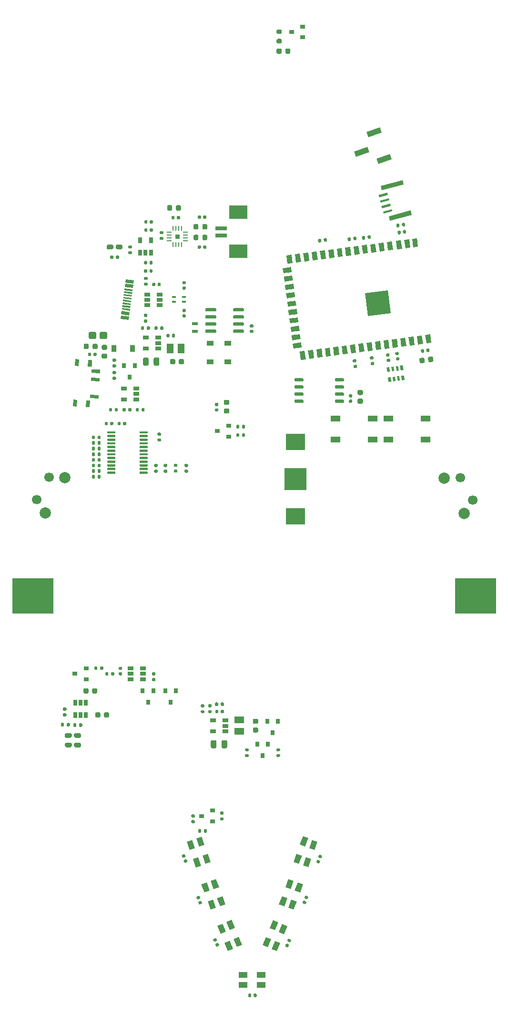
<source format=gbr>
%TF.GenerationSoftware,KiCad,Pcbnew,(5.1.10-1-10_14)*%
%TF.CreationDate,2021-08-27T15:48:04+02:00*%
%TF.ProjectId,OOO2021_Badge,4f4f4f32-3032-4315-9f42-616467652e6b,rev?*%
%TF.SameCoordinates,Original*%
%TF.FileFunction,Paste,Bot*%
%TF.FilePolarity,Positive*%
%FSLAX46Y46*%
G04 Gerber Fmt 4.6, Leading zero omitted, Abs format (unit mm)*
G04 Created by KiCad (PCBNEW (5.1.10-1-10_14)) date 2021-08-27 15:48:04*
%MOMM*%
%LPD*%
G01*
G04 APERTURE LIST*
%ADD10C,0.010000*%
%ADD11R,0.800000X0.400000*%
%ADD12R,3.200000X2.400000*%
%ADD13R,2.000000X0.700000*%
%ADD14R,7.340000X6.350000*%
%ADD15C,0.100000*%
%ADD16R,0.840000X0.270000*%
%ADD17R,0.270000X0.840000*%
%ADD18R,3.500000X2.900000*%
%ADD19R,3.960000X3.960000*%
%ADD20R,1.100000X0.600000*%
%ADD21R,1.200000X0.900000*%
%ADD22R,0.900000X0.800000*%
%ADD23R,1.800000X1.200000*%
%ADD24R,1.060000X0.650000*%
%ADD25R,0.800000X0.900000*%
%ADD26R,0.900000X1.200000*%
%ADD27R,1.200000X1.800000*%
%ADD28R,1.700000X1.000000*%
%ADD29R,1.545000X0.997000*%
%ADD30C,2.000000*%
%ADD31C,1.700000*%
%ADD32R,0.650000X1.060000*%
G04 APERTURE END LIST*
D10*
%TO.C,U12*%
G36*
X79350000Y-103700000D02*
G01*
X80050000Y-103700000D01*
X80050000Y-103000000D01*
X79350000Y-103000000D01*
X79350000Y-103700000D01*
G37*
X79350000Y-103700000D02*
X80050000Y-103700000D01*
X80050000Y-103000000D01*
X79350000Y-103000000D01*
X79350000Y-103700000D01*
%TD*%
D11*
%TO.C,L2*%
X80901000Y-114900000D03*
X80900000Y-114100000D03*
X79101000Y-114100000D03*
X79099000Y-114899000D03*
%TD*%
D12*
%TO.C,J4*%
X90544000Y-105961000D03*
X90545000Y-99039000D03*
D13*
X87455000Y-101868000D03*
X87455000Y-103118000D03*
%TD*%
D14*
%TO.C,BT2*%
X54020000Y-167150000D03*
X132680000Y-167150000D03*
%TD*%
D15*
%TO.C,J7*%
G36*
X113453113Y-87416961D02*
G01*
X113795133Y-88356654D01*
X111436505Y-89215125D01*
X111094485Y-88275432D01*
X113453113Y-87416961D01*
G37*
G36*
X117432226Y-88671694D02*
G01*
X117774246Y-89611387D01*
X115415618Y-90469858D01*
X115073598Y-89530165D01*
X117432226Y-88671694D01*
G37*
G36*
X115694764Y-83898055D02*
G01*
X116036784Y-84837748D01*
X113678156Y-85696219D01*
X113336136Y-84756526D01*
X115694764Y-83898055D01*
G37*
%TD*%
%TO.C,R47*%
G36*
G01*
X91890000Y-195240000D02*
X92260000Y-195240000D01*
G75*
G02*
X92395000Y-195375000I0J-135000D01*
G01*
X92395000Y-195645000D01*
G75*
G02*
X92260000Y-195780000I-135000J0D01*
G01*
X91890000Y-195780000D01*
G75*
G02*
X91755000Y-195645000I0J135000D01*
G01*
X91755000Y-195375000D01*
G75*
G02*
X91890000Y-195240000I135000J0D01*
G01*
G37*
G36*
G01*
X91890000Y-194220000D02*
X92260000Y-194220000D01*
G75*
G02*
X92395000Y-194355000I0J-135000D01*
G01*
X92395000Y-194625000D01*
G75*
G02*
X92260000Y-194760000I-135000J0D01*
G01*
X91890000Y-194760000D01*
G75*
G02*
X91755000Y-194625000I0J135000D01*
G01*
X91755000Y-194355000D01*
G75*
G02*
X91890000Y-194220000I135000J0D01*
G01*
G37*
%TD*%
%TO.C,R23*%
G36*
G01*
X84015000Y-187440000D02*
X84385000Y-187440000D01*
G75*
G02*
X84520000Y-187575000I0J-135000D01*
G01*
X84520000Y-187845000D01*
G75*
G02*
X84385000Y-187980000I-135000J0D01*
G01*
X84015000Y-187980000D01*
G75*
G02*
X83880000Y-187845000I0J135000D01*
G01*
X83880000Y-187575000D01*
G75*
G02*
X84015000Y-187440000I135000J0D01*
G01*
G37*
G36*
G01*
X84015000Y-186420000D02*
X84385000Y-186420000D01*
G75*
G02*
X84520000Y-186555000I0J-135000D01*
G01*
X84520000Y-186825000D01*
G75*
G02*
X84385000Y-186960000I-135000J0D01*
G01*
X84015000Y-186960000D01*
G75*
G02*
X83880000Y-186825000I0J135000D01*
G01*
X83880000Y-186555000D01*
G75*
G02*
X84015000Y-186420000I135000J0D01*
G01*
G37*
%TD*%
%TO.C,J6*%
G36*
X115456899Y-95984292D02*
G01*
X117002380Y-95570182D01*
X117105907Y-95956552D01*
X115560426Y-96370662D01*
X115456899Y-95984292D01*
G37*
G36*
X115715718Y-96950218D02*
G01*
X117261199Y-96536108D01*
X117364726Y-96922478D01*
X115819245Y-97336588D01*
X115715718Y-96950218D01*
G37*
G36*
X115974537Y-97916144D02*
G01*
X117520018Y-97502034D01*
X117623545Y-97888404D01*
X116078064Y-98302514D01*
X115974537Y-97916144D01*
G37*
G36*
X116233356Y-98882070D02*
G01*
X117778837Y-98467960D01*
X117882364Y-98854330D01*
X116336883Y-99268440D01*
X116233356Y-98882070D01*
G37*
G36*
X115838962Y-94326935D02*
G01*
X119702665Y-93291659D01*
X119909720Y-94064399D01*
X116046017Y-95099675D01*
X115838962Y-94326935D01*
G37*
G36*
X117288348Y-99736119D02*
G01*
X121152051Y-98700843D01*
X121359106Y-99473583D01*
X117495403Y-100508859D01*
X117288348Y-99736119D01*
G37*
%TD*%
%TO.C,U3*%
G36*
G01*
X107700000Y-132755000D02*
X107700000Y-132455000D01*
G75*
G02*
X107850000Y-132305000I150000J0D01*
G01*
X109150000Y-132305000D01*
G75*
G02*
X109300000Y-132455000I0J-150000D01*
G01*
X109300000Y-132755000D01*
G75*
G02*
X109150000Y-132905000I-150000J0D01*
G01*
X107850000Y-132905000D01*
G75*
G02*
X107700000Y-132755000I0J150000D01*
G01*
G37*
G36*
G01*
X107700000Y-131485000D02*
X107700000Y-131185000D01*
G75*
G02*
X107850000Y-131035000I150000J0D01*
G01*
X109150000Y-131035000D01*
G75*
G02*
X109300000Y-131185000I0J-150000D01*
G01*
X109300000Y-131485000D01*
G75*
G02*
X109150000Y-131635000I-150000J0D01*
G01*
X107850000Y-131635000D01*
G75*
G02*
X107700000Y-131485000I0J150000D01*
G01*
G37*
G36*
G01*
X107700000Y-130215000D02*
X107700000Y-129915000D01*
G75*
G02*
X107850000Y-129765000I150000J0D01*
G01*
X109150000Y-129765000D01*
G75*
G02*
X109300000Y-129915000I0J-150000D01*
G01*
X109300000Y-130215000D01*
G75*
G02*
X109150000Y-130365000I-150000J0D01*
G01*
X107850000Y-130365000D01*
G75*
G02*
X107700000Y-130215000I0J150000D01*
G01*
G37*
G36*
G01*
X107700000Y-128945000D02*
X107700000Y-128645000D01*
G75*
G02*
X107850000Y-128495000I150000J0D01*
G01*
X109150000Y-128495000D01*
G75*
G02*
X109300000Y-128645000I0J-150000D01*
G01*
X109300000Y-128945000D01*
G75*
G02*
X109150000Y-129095000I-150000J0D01*
G01*
X107850000Y-129095000D01*
G75*
G02*
X107700000Y-128945000I0J150000D01*
G01*
G37*
G36*
G01*
X100500000Y-128945000D02*
X100500000Y-128645000D01*
G75*
G02*
X100650000Y-128495000I150000J0D01*
G01*
X101950000Y-128495000D01*
G75*
G02*
X102100000Y-128645000I0J-150000D01*
G01*
X102100000Y-128945000D01*
G75*
G02*
X101950000Y-129095000I-150000J0D01*
G01*
X100650000Y-129095000D01*
G75*
G02*
X100500000Y-128945000I0J150000D01*
G01*
G37*
G36*
G01*
X100500000Y-130215000D02*
X100500000Y-129915000D01*
G75*
G02*
X100650000Y-129765000I150000J0D01*
G01*
X101950000Y-129765000D01*
G75*
G02*
X102100000Y-129915000I0J-150000D01*
G01*
X102100000Y-130215000D01*
G75*
G02*
X101950000Y-130365000I-150000J0D01*
G01*
X100650000Y-130365000D01*
G75*
G02*
X100500000Y-130215000I0J150000D01*
G01*
G37*
G36*
G01*
X100500000Y-131485000D02*
X100500000Y-131185000D01*
G75*
G02*
X100650000Y-131035000I150000J0D01*
G01*
X101950000Y-131035000D01*
G75*
G02*
X102100000Y-131185000I0J-150000D01*
G01*
X102100000Y-131485000D01*
G75*
G02*
X101950000Y-131635000I-150000J0D01*
G01*
X100650000Y-131635000D01*
G75*
G02*
X100500000Y-131485000I0J150000D01*
G01*
G37*
G36*
G01*
X100500000Y-132755000D02*
X100500000Y-132455000D01*
G75*
G02*
X100650000Y-132305000I150000J0D01*
G01*
X101950000Y-132305000D01*
G75*
G02*
X102100000Y-132455000I0J-150000D01*
G01*
X102100000Y-132755000D01*
G75*
G02*
X101950000Y-132905000I-150000J0D01*
G01*
X100650000Y-132905000D01*
G75*
G02*
X100500000Y-132755000I0J150000D01*
G01*
G37*
%TD*%
D16*
%TO.C,U12*%
X81135000Y-104100000D03*
X81135000Y-103600000D03*
X81135000Y-103100000D03*
X81135000Y-102600000D03*
X78265000Y-102600000D03*
X78265000Y-103100000D03*
X78265000Y-103600000D03*
X78265000Y-104100000D03*
D17*
X78950000Y-104785000D03*
X79450000Y-104785000D03*
X79950000Y-104785000D03*
X80450000Y-104785000D03*
X80450000Y-101915000D03*
X79950000Y-101915000D03*
X79450000Y-101915000D03*
X78950000Y-101915000D03*
%TD*%
%TO.C,U13*%
G36*
G01*
X68725000Y-138025000D02*
X68725000Y-138225000D01*
G75*
G02*
X68625000Y-138325000I-100000J0D01*
G01*
X67350000Y-138325000D01*
G75*
G02*
X67250000Y-138225000I0J100000D01*
G01*
X67250000Y-138025000D01*
G75*
G02*
X67350000Y-137925000I100000J0D01*
G01*
X68625000Y-137925000D01*
G75*
G02*
X68725000Y-138025000I0J-100000D01*
G01*
G37*
G36*
G01*
X68725000Y-138675000D02*
X68725000Y-138875000D01*
G75*
G02*
X68625000Y-138975000I-100000J0D01*
G01*
X67350000Y-138975000D01*
G75*
G02*
X67250000Y-138875000I0J100000D01*
G01*
X67250000Y-138675000D01*
G75*
G02*
X67350000Y-138575000I100000J0D01*
G01*
X68625000Y-138575000D01*
G75*
G02*
X68725000Y-138675000I0J-100000D01*
G01*
G37*
G36*
G01*
X68725000Y-139325000D02*
X68725000Y-139525000D01*
G75*
G02*
X68625000Y-139625000I-100000J0D01*
G01*
X67350000Y-139625000D01*
G75*
G02*
X67250000Y-139525000I0J100000D01*
G01*
X67250000Y-139325000D01*
G75*
G02*
X67350000Y-139225000I100000J0D01*
G01*
X68625000Y-139225000D01*
G75*
G02*
X68725000Y-139325000I0J-100000D01*
G01*
G37*
G36*
G01*
X68725000Y-139975000D02*
X68725000Y-140175000D01*
G75*
G02*
X68625000Y-140275000I-100000J0D01*
G01*
X67350000Y-140275000D01*
G75*
G02*
X67250000Y-140175000I0J100000D01*
G01*
X67250000Y-139975000D01*
G75*
G02*
X67350000Y-139875000I100000J0D01*
G01*
X68625000Y-139875000D01*
G75*
G02*
X68725000Y-139975000I0J-100000D01*
G01*
G37*
G36*
G01*
X68725000Y-140625000D02*
X68725000Y-140825000D01*
G75*
G02*
X68625000Y-140925000I-100000J0D01*
G01*
X67350000Y-140925000D01*
G75*
G02*
X67250000Y-140825000I0J100000D01*
G01*
X67250000Y-140625000D01*
G75*
G02*
X67350000Y-140525000I100000J0D01*
G01*
X68625000Y-140525000D01*
G75*
G02*
X68725000Y-140625000I0J-100000D01*
G01*
G37*
G36*
G01*
X68725000Y-141275000D02*
X68725000Y-141475000D01*
G75*
G02*
X68625000Y-141575000I-100000J0D01*
G01*
X67350000Y-141575000D01*
G75*
G02*
X67250000Y-141475000I0J100000D01*
G01*
X67250000Y-141275000D01*
G75*
G02*
X67350000Y-141175000I100000J0D01*
G01*
X68625000Y-141175000D01*
G75*
G02*
X68725000Y-141275000I0J-100000D01*
G01*
G37*
G36*
G01*
X68725000Y-141925000D02*
X68725000Y-142125000D01*
G75*
G02*
X68625000Y-142225000I-100000J0D01*
G01*
X67350000Y-142225000D01*
G75*
G02*
X67250000Y-142125000I0J100000D01*
G01*
X67250000Y-141925000D01*
G75*
G02*
X67350000Y-141825000I100000J0D01*
G01*
X68625000Y-141825000D01*
G75*
G02*
X68725000Y-141925000I0J-100000D01*
G01*
G37*
G36*
G01*
X68725000Y-142575000D02*
X68725000Y-142775000D01*
G75*
G02*
X68625000Y-142875000I-100000J0D01*
G01*
X67350000Y-142875000D01*
G75*
G02*
X67250000Y-142775000I0J100000D01*
G01*
X67250000Y-142575000D01*
G75*
G02*
X67350000Y-142475000I100000J0D01*
G01*
X68625000Y-142475000D01*
G75*
G02*
X68725000Y-142575000I0J-100000D01*
G01*
G37*
G36*
G01*
X68725000Y-143225000D02*
X68725000Y-143425000D01*
G75*
G02*
X68625000Y-143525000I-100000J0D01*
G01*
X67350000Y-143525000D01*
G75*
G02*
X67250000Y-143425000I0J100000D01*
G01*
X67250000Y-143225000D01*
G75*
G02*
X67350000Y-143125000I100000J0D01*
G01*
X68625000Y-143125000D01*
G75*
G02*
X68725000Y-143225000I0J-100000D01*
G01*
G37*
G36*
G01*
X68725000Y-143875000D02*
X68725000Y-144075000D01*
G75*
G02*
X68625000Y-144175000I-100000J0D01*
G01*
X67350000Y-144175000D01*
G75*
G02*
X67250000Y-144075000I0J100000D01*
G01*
X67250000Y-143875000D01*
G75*
G02*
X67350000Y-143775000I100000J0D01*
G01*
X68625000Y-143775000D01*
G75*
G02*
X68725000Y-143875000I0J-100000D01*
G01*
G37*
G36*
G01*
X68725000Y-144525000D02*
X68725000Y-144725000D01*
G75*
G02*
X68625000Y-144825000I-100000J0D01*
G01*
X67350000Y-144825000D01*
G75*
G02*
X67250000Y-144725000I0J100000D01*
G01*
X67250000Y-144525000D01*
G75*
G02*
X67350000Y-144425000I100000J0D01*
G01*
X68625000Y-144425000D01*
G75*
G02*
X68725000Y-144525000I0J-100000D01*
G01*
G37*
G36*
G01*
X68725000Y-145175000D02*
X68725000Y-145375000D01*
G75*
G02*
X68625000Y-145475000I-100000J0D01*
G01*
X67350000Y-145475000D01*
G75*
G02*
X67250000Y-145375000I0J100000D01*
G01*
X67250000Y-145175000D01*
G75*
G02*
X67350000Y-145075000I100000J0D01*
G01*
X68625000Y-145075000D01*
G75*
G02*
X68725000Y-145175000I0J-100000D01*
G01*
G37*
G36*
G01*
X74450000Y-145175000D02*
X74450000Y-145375000D01*
G75*
G02*
X74350000Y-145475000I-100000J0D01*
G01*
X73075000Y-145475000D01*
G75*
G02*
X72975000Y-145375000I0J100000D01*
G01*
X72975000Y-145175000D01*
G75*
G02*
X73075000Y-145075000I100000J0D01*
G01*
X74350000Y-145075000D01*
G75*
G02*
X74450000Y-145175000I0J-100000D01*
G01*
G37*
G36*
G01*
X74450000Y-144525000D02*
X74450000Y-144725000D01*
G75*
G02*
X74350000Y-144825000I-100000J0D01*
G01*
X73075000Y-144825000D01*
G75*
G02*
X72975000Y-144725000I0J100000D01*
G01*
X72975000Y-144525000D01*
G75*
G02*
X73075000Y-144425000I100000J0D01*
G01*
X74350000Y-144425000D01*
G75*
G02*
X74450000Y-144525000I0J-100000D01*
G01*
G37*
G36*
G01*
X74450000Y-143875000D02*
X74450000Y-144075000D01*
G75*
G02*
X74350000Y-144175000I-100000J0D01*
G01*
X73075000Y-144175000D01*
G75*
G02*
X72975000Y-144075000I0J100000D01*
G01*
X72975000Y-143875000D01*
G75*
G02*
X73075000Y-143775000I100000J0D01*
G01*
X74350000Y-143775000D01*
G75*
G02*
X74450000Y-143875000I0J-100000D01*
G01*
G37*
G36*
G01*
X74450000Y-143225000D02*
X74450000Y-143425000D01*
G75*
G02*
X74350000Y-143525000I-100000J0D01*
G01*
X73075000Y-143525000D01*
G75*
G02*
X72975000Y-143425000I0J100000D01*
G01*
X72975000Y-143225000D01*
G75*
G02*
X73075000Y-143125000I100000J0D01*
G01*
X74350000Y-143125000D01*
G75*
G02*
X74450000Y-143225000I0J-100000D01*
G01*
G37*
G36*
G01*
X74450000Y-142575000D02*
X74450000Y-142775000D01*
G75*
G02*
X74350000Y-142875000I-100000J0D01*
G01*
X73075000Y-142875000D01*
G75*
G02*
X72975000Y-142775000I0J100000D01*
G01*
X72975000Y-142575000D01*
G75*
G02*
X73075000Y-142475000I100000J0D01*
G01*
X74350000Y-142475000D01*
G75*
G02*
X74450000Y-142575000I0J-100000D01*
G01*
G37*
G36*
G01*
X74450000Y-141925000D02*
X74450000Y-142125000D01*
G75*
G02*
X74350000Y-142225000I-100000J0D01*
G01*
X73075000Y-142225000D01*
G75*
G02*
X72975000Y-142125000I0J100000D01*
G01*
X72975000Y-141925000D01*
G75*
G02*
X73075000Y-141825000I100000J0D01*
G01*
X74350000Y-141825000D01*
G75*
G02*
X74450000Y-141925000I0J-100000D01*
G01*
G37*
G36*
G01*
X74450000Y-141275000D02*
X74450000Y-141475000D01*
G75*
G02*
X74350000Y-141575000I-100000J0D01*
G01*
X73075000Y-141575000D01*
G75*
G02*
X72975000Y-141475000I0J100000D01*
G01*
X72975000Y-141275000D01*
G75*
G02*
X73075000Y-141175000I100000J0D01*
G01*
X74350000Y-141175000D01*
G75*
G02*
X74450000Y-141275000I0J-100000D01*
G01*
G37*
G36*
G01*
X74450000Y-140625000D02*
X74450000Y-140825000D01*
G75*
G02*
X74350000Y-140925000I-100000J0D01*
G01*
X73075000Y-140925000D01*
G75*
G02*
X72975000Y-140825000I0J100000D01*
G01*
X72975000Y-140625000D01*
G75*
G02*
X73075000Y-140525000I100000J0D01*
G01*
X74350000Y-140525000D01*
G75*
G02*
X74450000Y-140625000I0J-100000D01*
G01*
G37*
G36*
G01*
X74450000Y-139975000D02*
X74450000Y-140175000D01*
G75*
G02*
X74350000Y-140275000I-100000J0D01*
G01*
X73075000Y-140275000D01*
G75*
G02*
X72975000Y-140175000I0J100000D01*
G01*
X72975000Y-139975000D01*
G75*
G02*
X73075000Y-139875000I100000J0D01*
G01*
X74350000Y-139875000D01*
G75*
G02*
X74450000Y-139975000I0J-100000D01*
G01*
G37*
G36*
G01*
X74450000Y-139325000D02*
X74450000Y-139525000D01*
G75*
G02*
X74350000Y-139625000I-100000J0D01*
G01*
X73075000Y-139625000D01*
G75*
G02*
X72975000Y-139525000I0J100000D01*
G01*
X72975000Y-139325000D01*
G75*
G02*
X73075000Y-139225000I100000J0D01*
G01*
X74350000Y-139225000D01*
G75*
G02*
X74450000Y-139325000I0J-100000D01*
G01*
G37*
G36*
G01*
X74450000Y-138675000D02*
X74450000Y-138875000D01*
G75*
G02*
X74350000Y-138975000I-100000J0D01*
G01*
X73075000Y-138975000D01*
G75*
G02*
X72975000Y-138875000I0J100000D01*
G01*
X72975000Y-138675000D01*
G75*
G02*
X73075000Y-138575000I100000J0D01*
G01*
X74350000Y-138575000D01*
G75*
G02*
X74450000Y-138675000I0J-100000D01*
G01*
G37*
G36*
G01*
X74450000Y-138025000D02*
X74450000Y-138225000D01*
G75*
G02*
X74350000Y-138325000I-100000J0D01*
G01*
X73075000Y-138325000D01*
G75*
G02*
X72975000Y-138225000I0J100000D01*
G01*
X72975000Y-138025000D01*
G75*
G02*
X73075000Y-137925000I100000J0D01*
G01*
X74350000Y-137925000D01*
G75*
G02*
X74450000Y-138025000I0J-100000D01*
G01*
G37*
%TD*%
%TO.C,R35*%
G36*
G01*
X114452091Y-125137906D02*
X114085257Y-125186200D01*
G75*
G02*
X113933791Y-125069976I-17621J133845D01*
G01*
X113898549Y-124802286D01*
G75*
G02*
X114014773Y-124650820I133845J17621D01*
G01*
X114381607Y-124602526D01*
G75*
G02*
X114533073Y-124718750I17621J-133845D01*
G01*
X114568315Y-124986440D01*
G75*
G02*
X114452091Y-125137906I-133845J-17621D01*
G01*
G37*
G36*
G01*
X114585227Y-126149180D02*
X114218393Y-126197474D01*
G75*
G02*
X114066927Y-126081250I-17621J133845D01*
G01*
X114031685Y-125813560D01*
G75*
G02*
X114147909Y-125662094I133845J17621D01*
G01*
X114514743Y-125613800D01*
G75*
G02*
X114666209Y-125730024I17621J-133845D01*
G01*
X114701451Y-125997714D01*
G75*
G02*
X114585227Y-126149180I-133845J-17621D01*
G01*
G37*
%TD*%
%TO.C,R33*%
G36*
G01*
X76315000Y-139180000D02*
X76685000Y-139180000D01*
G75*
G02*
X76820000Y-139315000I0J-135000D01*
G01*
X76820000Y-139585000D01*
G75*
G02*
X76685000Y-139720000I-135000J0D01*
G01*
X76315000Y-139720000D01*
G75*
G02*
X76180000Y-139585000I0J135000D01*
G01*
X76180000Y-139315000D01*
G75*
G02*
X76315000Y-139180000I135000J0D01*
G01*
G37*
G36*
G01*
X76315000Y-138160000D02*
X76685000Y-138160000D01*
G75*
G02*
X76820000Y-138295000I0J-135000D01*
G01*
X76820000Y-138565000D01*
G75*
G02*
X76685000Y-138700000I-135000J0D01*
G01*
X76315000Y-138700000D01*
G75*
G02*
X76180000Y-138565000I0J135000D01*
G01*
X76180000Y-138295000D01*
G75*
G02*
X76315000Y-138160000I135000J0D01*
G01*
G37*
%TD*%
%TO.C,R32*%
G36*
G01*
X90710000Y-138415000D02*
X90710000Y-138785000D01*
G75*
G02*
X90575000Y-138920000I-135000J0D01*
G01*
X90305000Y-138920000D01*
G75*
G02*
X90170000Y-138785000I0J135000D01*
G01*
X90170000Y-138415000D01*
G75*
G02*
X90305000Y-138280000I135000J0D01*
G01*
X90575000Y-138280000D01*
G75*
G02*
X90710000Y-138415000I0J-135000D01*
G01*
G37*
G36*
G01*
X91730000Y-138415000D02*
X91730000Y-138785000D01*
G75*
G02*
X91595000Y-138920000I-135000J0D01*
G01*
X91325000Y-138920000D01*
G75*
G02*
X91190000Y-138785000I0J135000D01*
G01*
X91190000Y-138415000D01*
G75*
G02*
X91325000Y-138280000I135000J0D01*
G01*
X91595000Y-138280000D01*
G75*
G02*
X91730000Y-138415000I0J-135000D01*
G01*
G37*
%TD*%
%TO.C,R30*%
G36*
G01*
X76715000Y-103415000D02*
X77085000Y-103415000D01*
G75*
G02*
X77220000Y-103550000I0J-135000D01*
G01*
X77220000Y-103820000D01*
G75*
G02*
X77085000Y-103955000I-135000J0D01*
G01*
X76715000Y-103955000D01*
G75*
G02*
X76580000Y-103820000I0J135000D01*
G01*
X76580000Y-103550000D01*
G75*
G02*
X76715000Y-103415000I135000J0D01*
G01*
G37*
G36*
G01*
X76715000Y-102395000D02*
X77085000Y-102395000D01*
G75*
G02*
X77220000Y-102530000I0J-135000D01*
G01*
X77220000Y-102800000D01*
G75*
G02*
X77085000Y-102935000I-135000J0D01*
G01*
X76715000Y-102935000D01*
G75*
G02*
X76580000Y-102800000I0J135000D01*
G01*
X76580000Y-102530000D01*
G75*
G02*
X76715000Y-102395000I135000J0D01*
G01*
G37*
%TD*%
%TO.C,R22*%
G36*
G01*
X68790000Y-107185000D02*
X68790000Y-106815000D01*
G75*
G02*
X68925000Y-106680000I135000J0D01*
G01*
X69195000Y-106680000D01*
G75*
G02*
X69330000Y-106815000I0J-135000D01*
G01*
X69330000Y-107185000D01*
G75*
G02*
X69195000Y-107320000I-135000J0D01*
G01*
X68925000Y-107320000D01*
G75*
G02*
X68790000Y-107185000I0J135000D01*
G01*
G37*
G36*
G01*
X67770000Y-107185000D02*
X67770000Y-106815000D01*
G75*
G02*
X67905000Y-106680000I135000J0D01*
G01*
X68175000Y-106680000D01*
G75*
G02*
X68310000Y-106815000I0J-135000D01*
G01*
X68310000Y-107185000D01*
G75*
G02*
X68175000Y-107320000I-135000J0D01*
G01*
X67905000Y-107320000D01*
G75*
G02*
X67770000Y-107185000I0J135000D01*
G01*
G37*
%TD*%
%TO.C,FB2*%
G36*
G01*
X83450000Y-103243750D02*
X83450000Y-103756250D01*
G75*
G02*
X83231250Y-103975000I-218750J0D01*
G01*
X82793750Y-103975000D01*
G75*
G02*
X82575000Y-103756250I0J218750D01*
G01*
X82575000Y-103243750D01*
G75*
G02*
X82793750Y-103025000I218750J0D01*
G01*
X83231250Y-103025000D01*
G75*
G02*
X83450000Y-103243750I0J-218750D01*
G01*
G37*
G36*
G01*
X85025000Y-103243750D02*
X85025000Y-103756250D01*
G75*
G02*
X84806250Y-103975000I-218750J0D01*
G01*
X84368750Y-103975000D01*
G75*
G02*
X84150000Y-103756250I0J218750D01*
G01*
X84150000Y-103243750D01*
G75*
G02*
X84368750Y-103025000I218750J0D01*
G01*
X84806250Y-103025000D01*
G75*
G02*
X85025000Y-103243750I0J-218750D01*
G01*
G37*
%TD*%
%TO.C,FB1*%
G36*
G01*
X83450000Y-101343750D02*
X83450000Y-101856250D01*
G75*
G02*
X83231250Y-102075000I-218750J0D01*
G01*
X82793750Y-102075000D01*
G75*
G02*
X82575000Y-101856250I0J218750D01*
G01*
X82575000Y-101343750D01*
G75*
G02*
X82793750Y-101125000I218750J0D01*
G01*
X83231250Y-101125000D01*
G75*
G02*
X83450000Y-101343750I0J-218750D01*
G01*
G37*
G36*
G01*
X85025000Y-101343750D02*
X85025000Y-101856250D01*
G75*
G02*
X84806250Y-102075000I-218750J0D01*
G01*
X84368750Y-102075000D01*
G75*
G02*
X84150000Y-101856250I0J218750D01*
G01*
X84150000Y-101343750D01*
G75*
G02*
X84368750Y-101125000I218750J0D01*
G01*
X84806250Y-101125000D01*
G75*
G02*
X85025000Y-101343750I0J-218750D01*
G01*
G37*
%TD*%
%TO.C,D14*%
G36*
G01*
X68750000Y-105412500D02*
X68750000Y-104987500D01*
G75*
G02*
X68962500Y-104775000I212500J0D01*
G01*
X69762500Y-104775000D01*
G75*
G02*
X69975000Y-104987500I0J-212500D01*
G01*
X69975000Y-105412500D01*
G75*
G02*
X69762500Y-105625000I-212500J0D01*
G01*
X68962500Y-105625000D01*
G75*
G02*
X68750000Y-105412500I0J212500D01*
G01*
G37*
G36*
G01*
X67125000Y-105412500D02*
X67125000Y-104987500D01*
G75*
G02*
X67337500Y-104775000I212500J0D01*
G01*
X68137500Y-104775000D01*
G75*
G02*
X68350000Y-104987500I0J-212500D01*
G01*
X68350000Y-105412500D01*
G75*
G02*
X68137500Y-105625000I-212500J0D01*
G01*
X67337500Y-105625000D01*
G75*
G02*
X67125000Y-105412500I0J212500D01*
G01*
G37*
%TD*%
%TO.C,C38*%
G36*
G01*
X83900000Y-99730000D02*
X83900000Y-100070000D01*
G75*
G02*
X83760000Y-100210000I-140000J0D01*
G01*
X83480000Y-100210000D01*
G75*
G02*
X83340000Y-100070000I0J140000D01*
G01*
X83340000Y-99730000D01*
G75*
G02*
X83480000Y-99590000I140000J0D01*
G01*
X83760000Y-99590000D01*
G75*
G02*
X83900000Y-99730000I0J-140000D01*
G01*
G37*
G36*
G01*
X84860000Y-99730000D02*
X84860000Y-100070000D01*
G75*
G02*
X84720000Y-100210000I-140000J0D01*
G01*
X84440000Y-100210000D01*
G75*
G02*
X84300000Y-100070000I0J140000D01*
G01*
X84300000Y-99730000D01*
G75*
G02*
X84440000Y-99590000I140000J0D01*
G01*
X84720000Y-99590000D01*
G75*
G02*
X84860000Y-99730000I0J-140000D01*
G01*
G37*
%TD*%
%TO.C,C37*%
G36*
G01*
X83900000Y-105030000D02*
X83900000Y-105370000D01*
G75*
G02*
X83760000Y-105510000I-140000J0D01*
G01*
X83480000Y-105510000D01*
G75*
G02*
X83340000Y-105370000I0J140000D01*
G01*
X83340000Y-105030000D01*
G75*
G02*
X83480000Y-104890000I140000J0D01*
G01*
X83760000Y-104890000D01*
G75*
G02*
X83900000Y-105030000I0J-140000D01*
G01*
G37*
G36*
G01*
X84860000Y-105030000D02*
X84860000Y-105370000D01*
G75*
G02*
X84720000Y-105510000I-140000J0D01*
G01*
X84440000Y-105510000D01*
G75*
G02*
X84300000Y-105370000I0J140000D01*
G01*
X84300000Y-105030000D01*
G75*
G02*
X84440000Y-104890000I140000J0D01*
G01*
X84720000Y-104890000D01*
G75*
G02*
X84860000Y-105030000I0J-140000D01*
G01*
G37*
%TD*%
%TO.C,C36*%
G36*
G01*
X79225000Y-99830000D02*
X79225000Y-100170000D01*
G75*
G02*
X79085000Y-100310000I-140000J0D01*
G01*
X78805000Y-100310000D01*
G75*
G02*
X78665000Y-100170000I0J140000D01*
G01*
X78665000Y-99830000D01*
G75*
G02*
X78805000Y-99690000I140000J0D01*
G01*
X79085000Y-99690000D01*
G75*
G02*
X79225000Y-99830000I0J-140000D01*
G01*
G37*
G36*
G01*
X80185000Y-99830000D02*
X80185000Y-100170000D01*
G75*
G02*
X80045000Y-100310000I-140000J0D01*
G01*
X79765000Y-100310000D01*
G75*
G02*
X79625000Y-100170000I0J140000D01*
G01*
X79625000Y-99830000D01*
G75*
G02*
X79765000Y-99690000I140000J0D01*
G01*
X80045000Y-99690000D01*
G75*
G02*
X80185000Y-99830000I0J-140000D01*
G01*
G37*
%TD*%
%TO.C,C35*%
G36*
G01*
X79450000Y-98500000D02*
X79450000Y-98000000D01*
G75*
G02*
X79675000Y-97775000I225000J0D01*
G01*
X80125000Y-97775000D01*
G75*
G02*
X80350000Y-98000000I0J-225000D01*
G01*
X80350000Y-98500000D01*
G75*
G02*
X80125000Y-98725000I-225000J0D01*
G01*
X79675000Y-98725000D01*
G75*
G02*
X79450000Y-98500000I0J225000D01*
G01*
G37*
G36*
G01*
X77900000Y-98500000D02*
X77900000Y-98000000D01*
G75*
G02*
X78125000Y-97775000I225000J0D01*
G01*
X78575000Y-97775000D01*
G75*
G02*
X78800000Y-98000000I0J-225000D01*
G01*
X78800000Y-98500000D01*
G75*
G02*
X78575000Y-98725000I-225000J0D01*
G01*
X78125000Y-98725000D01*
G75*
G02*
X77900000Y-98500000I0J225000D01*
G01*
G37*
%TD*%
%TO.C,R11*%
G36*
G01*
X111012094Y-103902091D02*
X110963800Y-103535257D01*
G75*
G02*
X111080024Y-103383791I133845J17621D01*
G01*
X111347714Y-103348549D01*
G75*
G02*
X111499180Y-103464773I17621J-133845D01*
G01*
X111547474Y-103831607D01*
G75*
G02*
X111431250Y-103983073I-133845J-17621D01*
G01*
X111163560Y-104018315D01*
G75*
G02*
X111012094Y-103902091I-17621J133845D01*
G01*
G37*
G36*
G01*
X110000820Y-104035227D02*
X109952526Y-103668393D01*
G75*
G02*
X110068750Y-103516927I133845J17621D01*
G01*
X110336440Y-103481685D01*
G75*
G02*
X110487906Y-103597909I17621J-133845D01*
G01*
X110536200Y-103964743D01*
G75*
G02*
X110419976Y-104116209I-133845J-17621D01*
G01*
X110152286Y-104151451D01*
G75*
G02*
X110000820Y-104035227I-17621J133845D01*
G01*
G37*
%TD*%
%TO.C,R9*%
G36*
G01*
X119137906Y-101147909D02*
X119186200Y-101514743D01*
G75*
G02*
X119069976Y-101666209I-133845J-17621D01*
G01*
X118802286Y-101701451D01*
G75*
G02*
X118650820Y-101585227I-17621J133845D01*
G01*
X118602526Y-101218393D01*
G75*
G02*
X118718750Y-101066927I133845J17621D01*
G01*
X118986440Y-101031685D01*
G75*
G02*
X119137906Y-101147909I17621J-133845D01*
G01*
G37*
G36*
G01*
X120149180Y-101014773D02*
X120197474Y-101381607D01*
G75*
G02*
X120081250Y-101533073I-133845J-17621D01*
G01*
X119813560Y-101568315D01*
G75*
G02*
X119662094Y-101452091I-17621J133845D01*
G01*
X119613800Y-101085257D01*
G75*
G02*
X119730024Y-100933791I133845J17621D01*
G01*
X119997714Y-100898549D01*
G75*
G02*
X120149180Y-101014773I17621J-133845D01*
G01*
G37*
%TD*%
%TO.C,R8*%
G36*
G01*
X105762094Y-104152091D02*
X105713800Y-103785257D01*
G75*
G02*
X105830024Y-103633791I133845J17621D01*
G01*
X106097714Y-103598549D01*
G75*
G02*
X106249180Y-103714773I17621J-133845D01*
G01*
X106297474Y-104081607D01*
G75*
G02*
X106181250Y-104233073I-133845J-17621D01*
G01*
X105913560Y-104268315D01*
G75*
G02*
X105762094Y-104152091I-17621J133845D01*
G01*
G37*
G36*
G01*
X104750820Y-104285227D02*
X104702526Y-103918393D01*
G75*
G02*
X104818750Y-103766927I133845J17621D01*
G01*
X105086440Y-103731685D01*
G75*
G02*
X105237906Y-103847909I17621J-133845D01*
G01*
X105286200Y-104214743D01*
G75*
G02*
X105169976Y-104366209I-133845J-17621D01*
G01*
X104902286Y-104401451D01*
G75*
G02*
X104750820Y-104285227I-17621J133845D01*
G01*
G37*
%TD*%
%TO.C,R6*%
G36*
G01*
X111097909Y-126162094D02*
X111464743Y-126113800D01*
G75*
G02*
X111616209Y-126230024I17621J-133845D01*
G01*
X111651451Y-126497714D01*
G75*
G02*
X111535227Y-126649180I-133845J-17621D01*
G01*
X111168393Y-126697474D01*
G75*
G02*
X111016927Y-126581250I-17621J133845D01*
G01*
X110981685Y-126313560D01*
G75*
G02*
X111097909Y-126162094I133845J17621D01*
G01*
G37*
G36*
G01*
X110964773Y-125150820D02*
X111331607Y-125102526D01*
G75*
G02*
X111483073Y-125218750I17621J-133845D01*
G01*
X111518315Y-125486440D01*
G75*
G02*
X111402091Y-125637906I-133845J-17621D01*
G01*
X111035257Y-125686200D01*
G75*
G02*
X110883791Y-125569976I-17621J133845D01*
G01*
X110848549Y-125302286D01*
G75*
G02*
X110964773Y-125150820I133845J17621D01*
G01*
G37*
%TD*%
%TO.C,C14*%
G36*
G01*
X98875000Y-70650000D02*
X98875000Y-70150000D01*
G75*
G02*
X99100000Y-69925000I225000J0D01*
G01*
X99550000Y-69925000D01*
G75*
G02*
X99775000Y-70150000I0J-225000D01*
G01*
X99775000Y-70650000D01*
G75*
G02*
X99550000Y-70875000I-225000J0D01*
G01*
X99100000Y-70875000D01*
G75*
G02*
X98875000Y-70650000I0J225000D01*
G01*
G37*
G36*
G01*
X97325000Y-70650000D02*
X97325000Y-70150000D01*
G75*
G02*
X97550000Y-69925000I225000J0D01*
G01*
X98000000Y-69925000D01*
G75*
G02*
X98225000Y-70150000I0J-225000D01*
G01*
X98225000Y-70650000D01*
G75*
G02*
X98000000Y-70875000I-225000J0D01*
G01*
X97550000Y-70875000D01*
G75*
G02*
X97325000Y-70650000I0J225000D01*
G01*
G37*
%TD*%
D18*
%TO.C,BT1*%
X100700000Y-139800000D03*
D19*
X100700000Y-146400000D03*
D18*
X100700000Y-153000000D03*
%TD*%
D20*
%TO.C,Y1*%
X82850000Y-118800000D03*
X82850000Y-120200000D03*
%TD*%
%TO.C,U1*%
G36*
G01*
X89600000Y-120305000D02*
X89600000Y-120005000D01*
G75*
G02*
X89750000Y-119855000I150000J0D01*
G01*
X91400000Y-119855000D01*
G75*
G02*
X91550000Y-120005000I0J-150000D01*
G01*
X91550000Y-120305000D01*
G75*
G02*
X91400000Y-120455000I-150000J0D01*
G01*
X89750000Y-120455000D01*
G75*
G02*
X89600000Y-120305000I0J150000D01*
G01*
G37*
G36*
G01*
X89600000Y-119035000D02*
X89600000Y-118735000D01*
G75*
G02*
X89750000Y-118585000I150000J0D01*
G01*
X91400000Y-118585000D01*
G75*
G02*
X91550000Y-118735000I0J-150000D01*
G01*
X91550000Y-119035000D01*
G75*
G02*
X91400000Y-119185000I-150000J0D01*
G01*
X89750000Y-119185000D01*
G75*
G02*
X89600000Y-119035000I0J150000D01*
G01*
G37*
G36*
G01*
X89600000Y-117765000D02*
X89600000Y-117465000D01*
G75*
G02*
X89750000Y-117315000I150000J0D01*
G01*
X91400000Y-117315000D01*
G75*
G02*
X91550000Y-117465000I0J-150000D01*
G01*
X91550000Y-117765000D01*
G75*
G02*
X91400000Y-117915000I-150000J0D01*
G01*
X89750000Y-117915000D01*
G75*
G02*
X89600000Y-117765000I0J150000D01*
G01*
G37*
G36*
G01*
X89600000Y-116495000D02*
X89600000Y-116195000D01*
G75*
G02*
X89750000Y-116045000I150000J0D01*
G01*
X91400000Y-116045000D01*
G75*
G02*
X91550000Y-116195000I0J-150000D01*
G01*
X91550000Y-116495000D01*
G75*
G02*
X91400000Y-116645000I-150000J0D01*
G01*
X89750000Y-116645000D01*
G75*
G02*
X89600000Y-116495000I0J150000D01*
G01*
G37*
G36*
G01*
X84650000Y-116495000D02*
X84650000Y-116195000D01*
G75*
G02*
X84800000Y-116045000I150000J0D01*
G01*
X86450000Y-116045000D01*
G75*
G02*
X86600000Y-116195000I0J-150000D01*
G01*
X86600000Y-116495000D01*
G75*
G02*
X86450000Y-116645000I-150000J0D01*
G01*
X84800000Y-116645000D01*
G75*
G02*
X84650000Y-116495000I0J150000D01*
G01*
G37*
G36*
G01*
X84650000Y-117765000D02*
X84650000Y-117465000D01*
G75*
G02*
X84800000Y-117315000I150000J0D01*
G01*
X86450000Y-117315000D01*
G75*
G02*
X86600000Y-117465000I0J-150000D01*
G01*
X86600000Y-117765000D01*
G75*
G02*
X86450000Y-117915000I-150000J0D01*
G01*
X84800000Y-117915000D01*
G75*
G02*
X84650000Y-117765000I0J150000D01*
G01*
G37*
G36*
G01*
X84650000Y-119035000D02*
X84650000Y-118735000D01*
G75*
G02*
X84800000Y-118585000I150000J0D01*
G01*
X86450000Y-118585000D01*
G75*
G02*
X86600000Y-118735000I0J-150000D01*
G01*
X86600000Y-119035000D01*
G75*
G02*
X86450000Y-119185000I-150000J0D01*
G01*
X84800000Y-119185000D01*
G75*
G02*
X84650000Y-119035000I0J150000D01*
G01*
G37*
G36*
G01*
X84650000Y-120305000D02*
X84650000Y-120005000D01*
G75*
G02*
X84800000Y-119855000I150000J0D01*
G01*
X86450000Y-119855000D01*
G75*
G02*
X86600000Y-120005000I0J-150000D01*
G01*
X86600000Y-120305000D01*
G75*
G02*
X86450000Y-120455000I-150000J0D01*
G01*
X84800000Y-120455000D01*
G75*
G02*
X84650000Y-120305000I0J150000D01*
G01*
G37*
%TD*%
D21*
%TO.C,D2*%
X85550000Y-125600000D03*
X85550000Y-122300000D03*
%TD*%
%TO.C,D1*%
X88650000Y-125600000D03*
X88650000Y-122300000D03*
%TD*%
%TO.C,C1*%
G36*
G01*
X93070000Y-119500000D02*
X92730000Y-119500000D01*
G75*
G02*
X92590000Y-119360000I0J140000D01*
G01*
X92590000Y-119080000D01*
G75*
G02*
X92730000Y-118940000I140000J0D01*
G01*
X93070000Y-118940000D01*
G75*
G02*
X93210000Y-119080000I0J-140000D01*
G01*
X93210000Y-119360000D01*
G75*
G02*
X93070000Y-119500000I-140000J0D01*
G01*
G37*
G36*
G01*
X93070000Y-120460000D02*
X92730000Y-120460000D01*
G75*
G02*
X92590000Y-120320000I0J140000D01*
G01*
X92590000Y-120040000D01*
G75*
G02*
X92730000Y-119900000I140000J0D01*
G01*
X93070000Y-119900000D01*
G75*
G02*
X93210000Y-120040000I0J-140000D01*
G01*
X93210000Y-120320000D01*
G75*
G02*
X93070000Y-120460000I-140000J0D01*
G01*
G37*
%TD*%
D15*
%TO.C,J1*%
G36*
X71476982Y-115019188D02*
G01*
X70039387Y-114829925D01*
X70078544Y-114532492D01*
X71516139Y-114721755D01*
X71476982Y-115019188D01*
G37*
G36*
X71738034Y-113036298D02*
G01*
X70300439Y-112847035D01*
X70339596Y-112549602D01*
X71777191Y-112738865D01*
X71738034Y-113036298D01*
G37*
G36*
X71672771Y-113532020D02*
G01*
X70235176Y-113342757D01*
X70274333Y-113045324D01*
X71711928Y-113234587D01*
X71672771Y-113532020D01*
G37*
G36*
X71607508Y-114027743D02*
G01*
X70169913Y-113838480D01*
X70209070Y-113541047D01*
X71646665Y-113730310D01*
X71607508Y-114027743D01*
G37*
G36*
X71542245Y-114523465D02*
G01*
X70104650Y-114334202D01*
X70143807Y-114036769D01*
X71581402Y-114226032D01*
X71542245Y-114523465D01*
G37*
G36*
X71411719Y-115514910D02*
G01*
X69974124Y-115325647D01*
X70013281Y-115028214D01*
X71450876Y-115217477D01*
X71411719Y-115514910D01*
G37*
G36*
X71346456Y-116010633D02*
G01*
X69908861Y-115821370D01*
X69948018Y-115523937D01*
X71385613Y-115713200D01*
X71346456Y-116010633D01*
G37*
G36*
X71281193Y-116506355D02*
G01*
X69843598Y-116317092D01*
X69882755Y-116019659D01*
X71320350Y-116208922D01*
X71281193Y-116506355D01*
G37*
G36*
X71914245Y-111697848D02*
G01*
X70476650Y-111508585D01*
X70554965Y-110913718D01*
X71992560Y-111102981D01*
X71914245Y-111697848D01*
G37*
G36*
X71809824Y-112491004D02*
G01*
X70372229Y-112301741D01*
X70450544Y-111706874D01*
X71888139Y-111896137D01*
X71809824Y-112491004D01*
G37*
G36*
X71170245Y-117349083D02*
G01*
X69732650Y-117159820D01*
X69810965Y-116564953D01*
X71248560Y-116754216D01*
X71170245Y-117349083D01*
G37*
G36*
X71065824Y-118142239D02*
G01*
X69628229Y-117952976D01*
X69706544Y-117358109D01*
X71144139Y-117547372D01*
X71065824Y-118142239D01*
G37*
G36*
X71065824Y-118142239D02*
G01*
X69628229Y-117952976D01*
X69706544Y-117358109D01*
X71144139Y-117547372D01*
X71065824Y-118142239D01*
G37*
G36*
X71170245Y-117349083D02*
G01*
X69732650Y-117159820D01*
X69810965Y-116564953D01*
X71248560Y-116754216D01*
X71170245Y-117349083D01*
G37*
G36*
X71809824Y-112491004D02*
G01*
X70372229Y-112301741D01*
X70450544Y-111706874D01*
X71888139Y-111896137D01*
X71809824Y-112491004D01*
G37*
G36*
X71914245Y-111697848D02*
G01*
X70476650Y-111508585D01*
X70554965Y-110913718D01*
X71992560Y-111102981D01*
X71914245Y-111697848D01*
G37*
%TD*%
%TO.C,R15*%
G36*
G01*
X59585000Y-189840000D02*
X59585000Y-190210000D01*
G75*
G02*
X59450000Y-190345000I-135000J0D01*
G01*
X59180000Y-190345000D01*
G75*
G02*
X59045000Y-190210000I0J135000D01*
G01*
X59045000Y-189840000D01*
G75*
G02*
X59180000Y-189705000I135000J0D01*
G01*
X59450000Y-189705000D01*
G75*
G02*
X59585000Y-189840000I0J-135000D01*
G01*
G37*
G36*
G01*
X60605000Y-189840000D02*
X60605000Y-190210000D01*
G75*
G02*
X60470000Y-190345000I-135000J0D01*
G01*
X60200000Y-190345000D01*
G75*
G02*
X60065000Y-190210000I0J135000D01*
G01*
X60065000Y-189840000D01*
G75*
G02*
X60200000Y-189705000I135000J0D01*
G01*
X60470000Y-189705000D01*
G75*
G02*
X60605000Y-189840000I0J-135000D01*
G01*
G37*
%TD*%
D22*
%TO.C,Q2*%
X100000000Y-67000000D03*
X102000000Y-67950000D03*
X102000000Y-66050000D03*
%TD*%
%TO.C,L1*%
G36*
G01*
X63950000Y-122593750D02*
X63950000Y-123106250D01*
G75*
G02*
X63731250Y-123325000I-218750J0D01*
G01*
X63293750Y-123325000D01*
G75*
G02*
X63075000Y-123106250I0J218750D01*
G01*
X63075000Y-122593750D01*
G75*
G02*
X63293750Y-122375000I218750J0D01*
G01*
X63731250Y-122375000D01*
G75*
G02*
X63950000Y-122593750I0J-218750D01*
G01*
G37*
G36*
G01*
X65525000Y-122593750D02*
X65525000Y-123106250D01*
G75*
G02*
X65306250Y-123325000I-218750J0D01*
G01*
X64868750Y-123325000D01*
G75*
G02*
X64650000Y-123106250I0J218750D01*
G01*
X64650000Y-122593750D01*
G75*
G02*
X64868750Y-122375000I218750J0D01*
G01*
X65306250Y-122375000D01*
G75*
G02*
X65525000Y-122593750I0J-218750D01*
G01*
G37*
%TD*%
D23*
%TO.C,L4*%
X90700000Y-191200000D03*
X90700000Y-189200000D03*
%TD*%
%TO.C,R21*%
G36*
G01*
X72870000Y-133915000D02*
X72870000Y-134285000D01*
G75*
G02*
X72735000Y-134420000I-135000J0D01*
G01*
X72465000Y-134420000D01*
G75*
G02*
X72330000Y-134285000I0J135000D01*
G01*
X72330000Y-133915000D01*
G75*
G02*
X72465000Y-133780000I135000J0D01*
G01*
X72735000Y-133780000D01*
G75*
G02*
X72870000Y-133915000I0J-135000D01*
G01*
G37*
G36*
G01*
X73890000Y-133915000D02*
X73890000Y-134285000D01*
G75*
G02*
X73755000Y-134420000I-135000J0D01*
G01*
X73485000Y-134420000D01*
G75*
G02*
X73350000Y-134285000I0J135000D01*
G01*
X73350000Y-133915000D01*
G75*
G02*
X73485000Y-133780000I135000J0D01*
G01*
X73755000Y-133780000D01*
G75*
G02*
X73890000Y-133915000I0J-135000D01*
G01*
G37*
%TD*%
%TO.C,F1*%
G36*
G01*
X65900000Y-121300001D02*
X65900000Y-120499999D01*
G75*
G02*
X66149999Y-120250000I249999J0D01*
G01*
X66975001Y-120250000D01*
G75*
G02*
X67225000Y-120499999I0J-249999D01*
G01*
X67225000Y-121300001D01*
G75*
G02*
X66975001Y-121550000I-249999J0D01*
G01*
X66149999Y-121550000D01*
G75*
G02*
X65900000Y-121300001I0J249999D01*
G01*
G37*
G36*
G01*
X63975000Y-121300001D02*
X63975000Y-120499999D01*
G75*
G02*
X64224999Y-120250000I249999J0D01*
G01*
X65050001Y-120250000D01*
G75*
G02*
X65300000Y-120499999I0J-249999D01*
G01*
X65300000Y-121300001D01*
G75*
G02*
X65050001Y-121550000I-249999J0D01*
G01*
X64224999Y-121550000D01*
G75*
G02*
X63975000Y-121300001I0J249999D01*
G01*
G37*
%TD*%
%TO.C,C7*%
G36*
G01*
X64400000Y-124080000D02*
X64400000Y-124420000D01*
G75*
G02*
X64260000Y-124560000I-140000J0D01*
G01*
X63980000Y-124560000D01*
G75*
G02*
X63840000Y-124420000I0J140000D01*
G01*
X63840000Y-124080000D01*
G75*
G02*
X63980000Y-123940000I140000J0D01*
G01*
X64260000Y-123940000D01*
G75*
G02*
X64400000Y-124080000I0J-140000D01*
G01*
G37*
G36*
G01*
X65360000Y-124080000D02*
X65360000Y-124420000D01*
G75*
G02*
X65220000Y-124560000I-140000J0D01*
G01*
X64940000Y-124560000D01*
G75*
G02*
X64800000Y-124420000I0J140000D01*
G01*
X64800000Y-124080000D01*
G75*
G02*
X64940000Y-123940000I140000J0D01*
G01*
X65220000Y-123940000D01*
G75*
G02*
X65360000Y-124080000I0J-140000D01*
G01*
G37*
%TD*%
%TO.C,C6*%
G36*
G01*
X67000000Y-123475000D02*
X66500000Y-123475000D01*
G75*
G02*
X66275000Y-123250000I0J225000D01*
G01*
X66275000Y-122800000D01*
G75*
G02*
X66500000Y-122575000I225000J0D01*
G01*
X67000000Y-122575000D01*
G75*
G02*
X67225000Y-122800000I0J-225000D01*
G01*
X67225000Y-123250000D01*
G75*
G02*
X67000000Y-123475000I-225000J0D01*
G01*
G37*
G36*
G01*
X67000000Y-125025000D02*
X66500000Y-125025000D01*
G75*
G02*
X66275000Y-124800000I0J225000D01*
G01*
X66275000Y-124350000D01*
G75*
G02*
X66500000Y-124125000I225000J0D01*
G01*
X67000000Y-124125000D01*
G75*
G02*
X67225000Y-124350000I0J-225000D01*
G01*
X67225000Y-124800000D01*
G75*
G02*
X67000000Y-125025000I-225000J0D01*
G01*
G37*
%TD*%
D24*
%TO.C,U2*%
X74400000Y-114600000D03*
X74400000Y-113650000D03*
X74400000Y-115550000D03*
X76600000Y-115550000D03*
X76600000Y-114600000D03*
X76600000Y-113650000D03*
%TD*%
%TO.C,C2*%
G36*
G01*
X76200000Y-112020000D02*
X76200000Y-111680000D01*
G75*
G02*
X76340000Y-111540000I140000J0D01*
G01*
X76620000Y-111540000D01*
G75*
G02*
X76760000Y-111680000I0J-140000D01*
G01*
X76760000Y-112020000D01*
G75*
G02*
X76620000Y-112160000I-140000J0D01*
G01*
X76340000Y-112160000D01*
G75*
G02*
X76200000Y-112020000I0J140000D01*
G01*
G37*
G36*
G01*
X75240000Y-112020000D02*
X75240000Y-111680000D01*
G75*
G02*
X75380000Y-111540000I140000J0D01*
G01*
X75660000Y-111540000D01*
G75*
G02*
X75800000Y-111680000I0J-140000D01*
G01*
X75800000Y-112020000D01*
G75*
G02*
X75660000Y-112160000I-140000J0D01*
G01*
X75380000Y-112160000D01*
G75*
G02*
X75240000Y-112020000I0J140000D01*
G01*
G37*
%TD*%
D15*
%TO.C,U5*%
G36*
X117658414Y-116957187D02*
G01*
X113593490Y-117492345D01*
X113058332Y-113427421D01*
X117123256Y-112892263D01*
X117658414Y-116957187D01*
G37*
G36*
X122493375Y-105109742D02*
G01*
X121601074Y-105227215D01*
X121405285Y-103740048D01*
X122297586Y-103622575D01*
X122493375Y-105109742D01*
G37*
G36*
X121105353Y-105292478D02*
G01*
X120213052Y-105409951D01*
X120017263Y-103922784D01*
X120909564Y-103805311D01*
X121105353Y-105292478D01*
G37*
G36*
X119618185Y-105488268D02*
G01*
X118725884Y-105605741D01*
X118530095Y-104118574D01*
X119422396Y-104001101D01*
X119618185Y-105488268D01*
G37*
G36*
X118031873Y-105697110D02*
G01*
X117139572Y-105814583D01*
X116943783Y-104327416D01*
X117836084Y-104209943D01*
X118031873Y-105697110D01*
G37*
G36*
X100240228Y-111140959D02*
G01*
X98753061Y-111336748D01*
X98635588Y-110444447D01*
X100122755Y-110248658D01*
X100240228Y-111140959D01*
G37*
G36*
X100044438Y-109653791D02*
G01*
X98557271Y-109849580D01*
X98439798Y-108957279D01*
X99926965Y-108761490D01*
X100044438Y-109653791D01*
G37*
G36*
X100185866Y-108046581D02*
G01*
X99293565Y-108164054D01*
X99097776Y-106676887D01*
X99990077Y-106559414D01*
X100185866Y-108046581D01*
G37*
G36*
X101673033Y-107850792D02*
G01*
X100780732Y-107968265D01*
X100584943Y-106481098D01*
X101477244Y-106363625D01*
X101673033Y-107850792D01*
G37*
G36*
X103160201Y-107655003D02*
G01*
X102267900Y-107772476D01*
X102072111Y-106285309D01*
X102964412Y-106167836D01*
X103160201Y-107655003D01*
G37*
G36*
X104647368Y-107459213D02*
G01*
X103755067Y-107576686D01*
X103559278Y-106089519D01*
X104451579Y-105972046D01*
X104647368Y-107459213D01*
G37*
G36*
X106134535Y-107263424D02*
G01*
X105242234Y-107380897D01*
X105046445Y-105893730D01*
X105938746Y-105776257D01*
X106134535Y-107263424D01*
G37*
G36*
X107621702Y-107067635D02*
G01*
X106729401Y-107185108D01*
X106533612Y-105697941D01*
X107425913Y-105580468D01*
X107621702Y-107067635D01*
G37*
G36*
X109108870Y-106871845D02*
G01*
X108216569Y-106989318D01*
X108020780Y-105502151D01*
X108913081Y-105384678D01*
X109108870Y-106871845D01*
G37*
G36*
X110596037Y-106676056D02*
G01*
X109703736Y-106793529D01*
X109507947Y-105306362D01*
X110400248Y-105188889D01*
X110596037Y-106676056D01*
G37*
G36*
X112083204Y-106480267D02*
G01*
X111190903Y-106597740D01*
X110995114Y-105110573D01*
X111887415Y-104993100D01*
X112083204Y-106480267D01*
G37*
G36*
X113570372Y-106284478D02*
G01*
X112678071Y-106401951D01*
X112482282Y-104914784D01*
X113374583Y-104797311D01*
X113570372Y-106284478D01*
G37*
G36*
X115057539Y-106088688D02*
G01*
X114165238Y-106206161D01*
X113969449Y-104718994D01*
X114861750Y-104601521D01*
X115057539Y-106088688D01*
G37*
G36*
X116544706Y-105892899D02*
G01*
X115652405Y-106010372D01*
X115456616Y-104523205D01*
X116348917Y-104405732D01*
X116544706Y-105892899D01*
G37*
G36*
X105510922Y-124744374D02*
G01*
X104618621Y-124861847D01*
X104422832Y-123374680D01*
X105315133Y-123257207D01*
X105510922Y-124744374D01*
G37*
G36*
X106998089Y-124548584D02*
G01*
X106105788Y-124666057D01*
X105909999Y-123178890D01*
X106802300Y-123061417D01*
X106998089Y-124548584D01*
G37*
G36*
X108485256Y-124352795D02*
G01*
X107592955Y-124470268D01*
X107397166Y-122983101D01*
X108289467Y-122865628D01*
X108485256Y-124352795D01*
G37*
G36*
X109972424Y-124157006D02*
G01*
X109080123Y-124274479D01*
X108884334Y-122787312D01*
X109776635Y-122669839D01*
X109972424Y-124157006D01*
G37*
G36*
X111459591Y-123961217D02*
G01*
X110567290Y-124078690D01*
X110371501Y-122591523D01*
X111263802Y-122474050D01*
X111459591Y-123961217D01*
G37*
G36*
X112946758Y-123765427D02*
G01*
X112054457Y-123882900D01*
X111858668Y-122395733D01*
X112750969Y-122278260D01*
X112946758Y-123765427D01*
G37*
G36*
X114433926Y-123569638D02*
G01*
X113541625Y-123687111D01*
X113345836Y-122199944D01*
X114238137Y-122082471D01*
X114433926Y-123569638D01*
G37*
G36*
X115921093Y-123373849D02*
G01*
X115028792Y-123491322D01*
X114833003Y-122004155D01*
X115725304Y-121886682D01*
X115921093Y-123373849D01*
G37*
G36*
X117408260Y-123178059D02*
G01*
X116515959Y-123295532D01*
X116320170Y-121808365D01*
X117212471Y-121690892D01*
X117408260Y-123178059D01*
G37*
G36*
X118895427Y-122982270D02*
G01*
X118003126Y-123099743D01*
X117807337Y-121612576D01*
X118699638Y-121495103D01*
X118895427Y-122982270D01*
G37*
G36*
X120382595Y-122786481D02*
G01*
X119490294Y-122903954D01*
X119294505Y-121416787D01*
X120186806Y-121299314D01*
X120382595Y-122786481D01*
G37*
G36*
X121869762Y-122590692D02*
G01*
X120977461Y-122708165D01*
X120781672Y-121220998D01*
X121673973Y-121103525D01*
X121869762Y-122590692D01*
G37*
G36*
X123356929Y-122394902D02*
G01*
X122464628Y-122512375D01*
X122268839Y-121025208D01*
X123161140Y-120907735D01*
X123356929Y-122394902D01*
G37*
G36*
X100436017Y-112628126D02*
G01*
X98948850Y-112823915D01*
X98831377Y-111931614D01*
X100318544Y-111735825D01*
X100436017Y-112628126D01*
G37*
G36*
X100631806Y-114115293D02*
G01*
X99144639Y-114311082D01*
X99027166Y-113418781D01*
X100514333Y-113222992D01*
X100631806Y-114115293D01*
G37*
G36*
X100827596Y-115602460D02*
G01*
X99340429Y-115798249D01*
X99222956Y-114905948D01*
X100710123Y-114710159D01*
X100827596Y-115602460D01*
G37*
G36*
X101023385Y-117089628D02*
G01*
X99536218Y-117285417D01*
X99418745Y-116393116D01*
X100905912Y-116197327D01*
X101023385Y-117089628D01*
G37*
G36*
X101219174Y-118576795D02*
G01*
X99732007Y-118772584D01*
X99614534Y-117880283D01*
X101101701Y-117684494D01*
X101219174Y-118576795D01*
G37*
G36*
X101414963Y-120063962D02*
G01*
X99927796Y-120259751D01*
X99810323Y-119367450D01*
X101297490Y-119171661D01*
X101414963Y-120063962D01*
G37*
G36*
X101610753Y-121551130D02*
G01*
X100123586Y-121746919D01*
X100006113Y-120854618D01*
X101493280Y-120658829D01*
X101610753Y-121551130D01*
G37*
G36*
X101806542Y-123038297D02*
G01*
X100319375Y-123234086D01*
X100201902Y-122341785D01*
X101689069Y-122145996D01*
X101806542Y-123038297D01*
G37*
G36*
X101448497Y-123766258D02*
G01*
X102340798Y-123648785D01*
X102536587Y-125135952D01*
X101644286Y-125253425D01*
X101448497Y-123766258D01*
G37*
G36*
X102935665Y-123570469D02*
G01*
X103827966Y-123452996D01*
X104023755Y-124940163D01*
X103131454Y-125057636D01*
X102935665Y-123570469D01*
G37*
G36*
X124844097Y-122199113D02*
G01*
X123951796Y-122316586D01*
X123756007Y-120829419D01*
X124648308Y-120711946D01*
X124844097Y-122199113D01*
G37*
%TD*%
%TO.C,SW3*%
G36*
X64203258Y-131995597D02*
G01*
X64234659Y-131396419D01*
X65756570Y-131476179D01*
X65725169Y-132075357D01*
X64203258Y-131995597D01*
G37*
G36*
X64360266Y-128999708D02*
G01*
X64391667Y-128400530D01*
X65913578Y-128480290D01*
X65882177Y-129079468D01*
X64360266Y-128999708D01*
G37*
G36*
X64438770Y-127501764D02*
G01*
X64470171Y-126902586D01*
X65992082Y-126982346D01*
X65960681Y-127581524D01*
X64438770Y-127501764D01*
G37*
G36*
X63492649Y-132408973D02*
G01*
X64191690Y-132445608D01*
X64128887Y-133643963D01*
X63429846Y-133607328D01*
X63492649Y-132408973D01*
G37*
G36*
X61195801Y-132288600D02*
G01*
X61894842Y-132325235D01*
X61832039Y-133523590D01*
X61132998Y-133486955D01*
X61195801Y-132288600D01*
G37*
G36*
X61572620Y-125098468D02*
G01*
X62271661Y-125135103D01*
X62208858Y-126333458D01*
X61509817Y-126296823D01*
X61572620Y-125098468D01*
G37*
G36*
X63869468Y-125218840D02*
G01*
X64568509Y-125255475D01*
X64505706Y-126453830D01*
X63806665Y-126417195D01*
X63869468Y-125218840D01*
G37*
%TD*%
%TO.C,R46*%
G36*
G01*
X65540000Y-141185000D02*
X65540000Y-140815000D01*
G75*
G02*
X65675000Y-140680000I135000J0D01*
G01*
X65945000Y-140680000D01*
G75*
G02*
X66080000Y-140815000I0J-135000D01*
G01*
X66080000Y-141185000D01*
G75*
G02*
X65945000Y-141320000I-135000J0D01*
G01*
X65675000Y-141320000D01*
G75*
G02*
X65540000Y-141185000I0J135000D01*
G01*
G37*
G36*
G01*
X64520000Y-141185000D02*
X64520000Y-140815000D01*
G75*
G02*
X64655000Y-140680000I135000J0D01*
G01*
X64925000Y-140680000D01*
G75*
G02*
X65060000Y-140815000I0J-135000D01*
G01*
X65060000Y-141185000D01*
G75*
G02*
X64925000Y-141320000I-135000J0D01*
G01*
X64655000Y-141320000D01*
G75*
G02*
X64520000Y-141185000I0J135000D01*
G01*
G37*
%TD*%
%TO.C,R45*%
G36*
G01*
X65540000Y-142185000D02*
X65540000Y-141815000D01*
G75*
G02*
X65675000Y-141680000I135000J0D01*
G01*
X65945000Y-141680000D01*
G75*
G02*
X66080000Y-141815000I0J-135000D01*
G01*
X66080000Y-142185000D01*
G75*
G02*
X65945000Y-142320000I-135000J0D01*
G01*
X65675000Y-142320000D01*
G75*
G02*
X65540000Y-142185000I0J135000D01*
G01*
G37*
G36*
G01*
X64520000Y-142185000D02*
X64520000Y-141815000D01*
G75*
G02*
X64655000Y-141680000I135000J0D01*
G01*
X64925000Y-141680000D01*
G75*
G02*
X65060000Y-141815000I0J-135000D01*
G01*
X65060000Y-142185000D01*
G75*
G02*
X64925000Y-142320000I-135000J0D01*
G01*
X64655000Y-142320000D01*
G75*
G02*
X64520000Y-142185000I0J135000D01*
G01*
G37*
%TD*%
%TO.C,R43*%
G36*
G01*
X65540000Y-143185000D02*
X65540000Y-142815000D01*
G75*
G02*
X65675000Y-142680000I135000J0D01*
G01*
X65945000Y-142680000D01*
G75*
G02*
X66080000Y-142815000I0J-135000D01*
G01*
X66080000Y-143185000D01*
G75*
G02*
X65945000Y-143320000I-135000J0D01*
G01*
X65675000Y-143320000D01*
G75*
G02*
X65540000Y-143185000I0J135000D01*
G01*
G37*
G36*
G01*
X64520000Y-143185000D02*
X64520000Y-142815000D01*
G75*
G02*
X64655000Y-142680000I135000J0D01*
G01*
X64925000Y-142680000D01*
G75*
G02*
X65060000Y-142815000I0J-135000D01*
G01*
X65060000Y-143185000D01*
G75*
G02*
X64925000Y-143320000I-135000J0D01*
G01*
X64655000Y-143320000D01*
G75*
G02*
X64520000Y-143185000I0J135000D01*
G01*
G37*
%TD*%
%TO.C,R41*%
G36*
G01*
X65540000Y-144185000D02*
X65540000Y-143815000D01*
G75*
G02*
X65675000Y-143680000I135000J0D01*
G01*
X65945000Y-143680000D01*
G75*
G02*
X66080000Y-143815000I0J-135000D01*
G01*
X66080000Y-144185000D01*
G75*
G02*
X65945000Y-144320000I-135000J0D01*
G01*
X65675000Y-144320000D01*
G75*
G02*
X65540000Y-144185000I0J135000D01*
G01*
G37*
G36*
G01*
X64520000Y-144185000D02*
X64520000Y-143815000D01*
G75*
G02*
X64655000Y-143680000I135000J0D01*
G01*
X64925000Y-143680000D01*
G75*
G02*
X65060000Y-143815000I0J-135000D01*
G01*
X65060000Y-144185000D01*
G75*
G02*
X64925000Y-144320000I-135000J0D01*
G01*
X64655000Y-144320000D01*
G75*
G02*
X64520000Y-144185000I0J135000D01*
G01*
G37*
%TD*%
%TO.C,R39*%
G36*
G01*
X65540000Y-145185000D02*
X65540000Y-144815000D01*
G75*
G02*
X65675000Y-144680000I135000J0D01*
G01*
X65945000Y-144680000D01*
G75*
G02*
X66080000Y-144815000I0J-135000D01*
G01*
X66080000Y-145185000D01*
G75*
G02*
X65945000Y-145320000I-135000J0D01*
G01*
X65675000Y-145320000D01*
G75*
G02*
X65540000Y-145185000I0J135000D01*
G01*
G37*
G36*
G01*
X64520000Y-145185000D02*
X64520000Y-144815000D01*
G75*
G02*
X64655000Y-144680000I135000J0D01*
G01*
X64925000Y-144680000D01*
G75*
G02*
X65060000Y-144815000I0J-135000D01*
G01*
X65060000Y-145185000D01*
G75*
G02*
X64925000Y-145320000I-135000J0D01*
G01*
X64655000Y-145320000D01*
G75*
G02*
X64520000Y-145185000I0J135000D01*
G01*
G37*
%TD*%
%TO.C,R40*%
G36*
G01*
X65540000Y-139185000D02*
X65540000Y-138815000D01*
G75*
G02*
X65675000Y-138680000I135000J0D01*
G01*
X65945000Y-138680000D01*
G75*
G02*
X66080000Y-138815000I0J-135000D01*
G01*
X66080000Y-139185000D01*
G75*
G02*
X65945000Y-139320000I-135000J0D01*
G01*
X65675000Y-139320000D01*
G75*
G02*
X65540000Y-139185000I0J135000D01*
G01*
G37*
G36*
G01*
X64520000Y-139185000D02*
X64520000Y-138815000D01*
G75*
G02*
X64655000Y-138680000I135000J0D01*
G01*
X64925000Y-138680000D01*
G75*
G02*
X65060000Y-138815000I0J-135000D01*
G01*
X65060000Y-139185000D01*
G75*
G02*
X64925000Y-139320000I-135000J0D01*
G01*
X64655000Y-139320000D01*
G75*
G02*
X64520000Y-139185000I0J135000D01*
G01*
G37*
%TD*%
%TO.C,R38*%
G36*
G01*
X76085000Y-144260000D02*
X75715000Y-144260000D01*
G75*
G02*
X75580000Y-144125000I0J135000D01*
G01*
X75580000Y-143855000D01*
G75*
G02*
X75715000Y-143720000I135000J0D01*
G01*
X76085000Y-143720000D01*
G75*
G02*
X76220000Y-143855000I0J-135000D01*
G01*
X76220000Y-144125000D01*
G75*
G02*
X76085000Y-144260000I-135000J0D01*
G01*
G37*
G36*
G01*
X76085000Y-145280000D02*
X75715000Y-145280000D01*
G75*
G02*
X75580000Y-145145000I0J135000D01*
G01*
X75580000Y-144875000D01*
G75*
G02*
X75715000Y-144740000I135000J0D01*
G01*
X76085000Y-144740000D01*
G75*
G02*
X76220000Y-144875000I0J-135000D01*
G01*
X76220000Y-145145000D01*
G75*
G02*
X76085000Y-145280000I-135000J0D01*
G01*
G37*
%TD*%
%TO.C,R37*%
G36*
G01*
X65540000Y-140185000D02*
X65540000Y-139815000D01*
G75*
G02*
X65675000Y-139680000I135000J0D01*
G01*
X65945000Y-139680000D01*
G75*
G02*
X66080000Y-139815000I0J-135000D01*
G01*
X66080000Y-140185000D01*
G75*
G02*
X65945000Y-140320000I-135000J0D01*
G01*
X65675000Y-140320000D01*
G75*
G02*
X65540000Y-140185000I0J135000D01*
G01*
G37*
G36*
G01*
X64520000Y-140185000D02*
X64520000Y-139815000D01*
G75*
G02*
X64655000Y-139680000I135000J0D01*
G01*
X64925000Y-139680000D01*
G75*
G02*
X65060000Y-139815000I0J-135000D01*
G01*
X65060000Y-140185000D01*
G75*
G02*
X64925000Y-140320000I-135000J0D01*
G01*
X64655000Y-140320000D01*
G75*
G02*
X64520000Y-140185000I0J135000D01*
G01*
G37*
%TD*%
%TO.C,R36*%
G36*
G01*
X77785000Y-144260000D02*
X77415000Y-144260000D01*
G75*
G02*
X77280000Y-144125000I0J135000D01*
G01*
X77280000Y-143855000D01*
G75*
G02*
X77415000Y-143720000I135000J0D01*
G01*
X77785000Y-143720000D01*
G75*
G02*
X77920000Y-143855000I0J-135000D01*
G01*
X77920000Y-144125000D01*
G75*
G02*
X77785000Y-144260000I-135000J0D01*
G01*
G37*
G36*
G01*
X77785000Y-145280000D02*
X77415000Y-145280000D01*
G75*
G02*
X77280000Y-145145000I0J135000D01*
G01*
X77280000Y-144875000D01*
G75*
G02*
X77415000Y-144740000I135000J0D01*
G01*
X77785000Y-144740000D01*
G75*
G02*
X77920000Y-144875000I0J-135000D01*
G01*
X77920000Y-145145000D01*
G75*
G02*
X77785000Y-145280000I-135000J0D01*
G01*
G37*
%TD*%
%TO.C,R34*%
G36*
G01*
X79585000Y-144250000D02*
X79215000Y-144250000D01*
G75*
G02*
X79080000Y-144115000I0J135000D01*
G01*
X79080000Y-143845000D01*
G75*
G02*
X79215000Y-143710000I135000J0D01*
G01*
X79585000Y-143710000D01*
G75*
G02*
X79720000Y-143845000I0J-135000D01*
G01*
X79720000Y-144115000D01*
G75*
G02*
X79585000Y-144250000I-135000J0D01*
G01*
G37*
G36*
G01*
X79585000Y-145270000D02*
X79215000Y-145270000D01*
G75*
G02*
X79080000Y-145135000I0J135000D01*
G01*
X79080000Y-144865000D01*
G75*
G02*
X79215000Y-144730000I135000J0D01*
G01*
X79585000Y-144730000D01*
G75*
G02*
X79720000Y-144865000I0J-135000D01*
G01*
X79720000Y-145135000D01*
G75*
G02*
X79585000Y-145270000I-135000J0D01*
G01*
G37*
%TD*%
%TO.C,C42*%
G36*
G01*
X70050000Y-136720000D02*
X70050000Y-136380000D01*
G75*
G02*
X70190000Y-136240000I140000J0D01*
G01*
X70470000Y-136240000D01*
G75*
G02*
X70610000Y-136380000I0J-140000D01*
G01*
X70610000Y-136720000D01*
G75*
G02*
X70470000Y-136860000I-140000J0D01*
G01*
X70190000Y-136860000D01*
G75*
G02*
X70050000Y-136720000I0J140000D01*
G01*
G37*
G36*
G01*
X69090000Y-136720000D02*
X69090000Y-136380000D01*
G75*
G02*
X69230000Y-136240000I140000J0D01*
G01*
X69510000Y-136240000D01*
G75*
G02*
X69650000Y-136380000I0J-140000D01*
G01*
X69650000Y-136720000D01*
G75*
G02*
X69510000Y-136860000I-140000J0D01*
G01*
X69230000Y-136860000D01*
G75*
G02*
X69090000Y-136720000I0J140000D01*
G01*
G37*
%TD*%
%TO.C,C41*%
G36*
G01*
X67350000Y-136380000D02*
X67350000Y-136720000D01*
G75*
G02*
X67210000Y-136860000I-140000J0D01*
G01*
X66930000Y-136860000D01*
G75*
G02*
X66790000Y-136720000I0J140000D01*
G01*
X66790000Y-136380000D01*
G75*
G02*
X66930000Y-136240000I140000J0D01*
G01*
X67210000Y-136240000D01*
G75*
G02*
X67350000Y-136380000I0J-140000D01*
G01*
G37*
G36*
G01*
X68310000Y-136380000D02*
X68310000Y-136720000D01*
G75*
G02*
X68170000Y-136860000I-140000J0D01*
G01*
X67890000Y-136860000D01*
G75*
G02*
X67750000Y-136720000I0J140000D01*
G01*
X67750000Y-136380000D01*
G75*
G02*
X67890000Y-136240000I140000J0D01*
G01*
X68170000Y-136240000D01*
G75*
G02*
X68310000Y-136380000I0J-140000D01*
G01*
G37*
%TD*%
%TO.C,R7*%
G36*
G01*
X98075000Y-67375000D02*
X97525000Y-67375000D01*
G75*
G02*
X97325000Y-67175000I0J200000D01*
G01*
X97325000Y-66775000D01*
G75*
G02*
X97525000Y-66575000I200000J0D01*
G01*
X98075000Y-66575000D01*
G75*
G02*
X98275000Y-66775000I0J-200000D01*
G01*
X98275000Y-67175000D01*
G75*
G02*
X98075000Y-67375000I-200000J0D01*
G01*
G37*
G36*
G01*
X98075000Y-69025000D02*
X97525000Y-69025000D01*
G75*
G02*
X97325000Y-68825000I0J200000D01*
G01*
X97325000Y-68425000D01*
G75*
G02*
X97525000Y-68225000I200000J0D01*
G01*
X98075000Y-68225000D01*
G75*
G02*
X98275000Y-68425000I0J-200000D01*
G01*
X98275000Y-68825000D01*
G75*
G02*
X98075000Y-69025000I-200000J0D01*
G01*
G37*
%TD*%
%TO.C,R28*%
G36*
G01*
X75315000Y-181740000D02*
X75685000Y-181740000D01*
G75*
G02*
X75820000Y-181875000I0J-135000D01*
G01*
X75820000Y-182145000D01*
G75*
G02*
X75685000Y-182280000I-135000J0D01*
G01*
X75315000Y-182280000D01*
G75*
G02*
X75180000Y-182145000I0J135000D01*
G01*
X75180000Y-181875000D01*
G75*
G02*
X75315000Y-181740000I135000J0D01*
G01*
G37*
G36*
G01*
X75315000Y-180720000D02*
X75685000Y-180720000D01*
G75*
G02*
X75820000Y-180855000I0J-135000D01*
G01*
X75820000Y-181125000D01*
G75*
G02*
X75685000Y-181260000I-135000J0D01*
G01*
X75315000Y-181260000D01*
G75*
G02*
X75180000Y-181125000I0J135000D01*
G01*
X75180000Y-180855000D01*
G75*
G02*
X75315000Y-180720000I135000J0D01*
G01*
G37*
%TD*%
%TO.C,R27*%
G36*
G01*
X67460000Y-180815000D02*
X67460000Y-181185000D01*
G75*
G02*
X67325000Y-181320000I-135000J0D01*
G01*
X67055000Y-181320000D01*
G75*
G02*
X66920000Y-181185000I0J135000D01*
G01*
X66920000Y-180815000D01*
G75*
G02*
X67055000Y-180680000I135000J0D01*
G01*
X67325000Y-180680000D01*
G75*
G02*
X67460000Y-180815000I0J-135000D01*
G01*
G37*
G36*
G01*
X68480000Y-180815000D02*
X68480000Y-181185000D01*
G75*
G02*
X68345000Y-181320000I-135000J0D01*
G01*
X68075000Y-181320000D01*
G75*
G02*
X67940000Y-181185000I0J135000D01*
G01*
X67940000Y-180815000D01*
G75*
G02*
X68075000Y-180680000I135000J0D01*
G01*
X68345000Y-180680000D01*
G75*
G02*
X68480000Y-180815000I0J-135000D01*
G01*
G37*
%TD*%
%TO.C,R24*%
G36*
G01*
X65990000Y-180185000D02*
X65990000Y-179815000D01*
G75*
G02*
X66125000Y-179680000I135000J0D01*
G01*
X66395000Y-179680000D01*
G75*
G02*
X66530000Y-179815000I0J-135000D01*
G01*
X66530000Y-180185000D01*
G75*
G02*
X66395000Y-180320000I-135000J0D01*
G01*
X66125000Y-180320000D01*
G75*
G02*
X65990000Y-180185000I0J135000D01*
G01*
G37*
G36*
G01*
X64970000Y-180185000D02*
X64970000Y-179815000D01*
G75*
G02*
X65105000Y-179680000I135000J0D01*
G01*
X65375000Y-179680000D01*
G75*
G02*
X65510000Y-179815000I0J-135000D01*
G01*
X65510000Y-180185000D01*
G75*
G02*
X65375000Y-180320000I-135000J0D01*
G01*
X65105000Y-180320000D01*
G75*
G02*
X64970000Y-180185000I0J135000D01*
G01*
G37*
%TD*%
D25*
%TO.C,Q6*%
X74500000Y-186000000D03*
X75450000Y-184000000D03*
X73550000Y-184000000D03*
%TD*%
%TO.C,Q5*%
X78500000Y-186000000D03*
X79450000Y-184000000D03*
X77550000Y-184000000D03*
%TD*%
D22*
%TO.C,Q4*%
X61500000Y-181000000D03*
X63500000Y-181950000D03*
X63500000Y-180050000D03*
%TD*%
%TO.C,C30*%
G36*
G01*
X69770000Y-180300000D02*
X69430000Y-180300000D01*
G75*
G02*
X69290000Y-180160000I0J140000D01*
G01*
X69290000Y-179880000D01*
G75*
G02*
X69430000Y-179740000I140000J0D01*
G01*
X69770000Y-179740000D01*
G75*
G02*
X69910000Y-179880000I0J-140000D01*
G01*
X69910000Y-180160000D01*
G75*
G02*
X69770000Y-180300000I-140000J0D01*
G01*
G37*
G36*
G01*
X69770000Y-181260000D02*
X69430000Y-181260000D01*
G75*
G02*
X69290000Y-181120000I0J140000D01*
G01*
X69290000Y-180840000D01*
G75*
G02*
X69430000Y-180700000I140000J0D01*
G01*
X69770000Y-180700000D01*
G75*
G02*
X69910000Y-180840000I0J-140000D01*
G01*
X69910000Y-181120000D01*
G75*
G02*
X69770000Y-181260000I-140000J0D01*
G01*
G37*
%TD*%
D26*
%TO.C,D13*%
X68450000Y-123200000D03*
X71750000Y-123200000D03*
%TD*%
D27*
%TO.C,L3*%
X78400000Y-123200000D03*
X80400000Y-123200000D03*
%TD*%
D24*
%TO.C,U10*%
X71400000Y-181000000D03*
X71400000Y-180050000D03*
X71400000Y-181950000D03*
X73600000Y-181950000D03*
X73600000Y-181000000D03*
X73600000Y-180050000D03*
%TD*%
D28*
%TO.C,SW2*%
X123800000Y-135700000D03*
X117200000Y-135700000D03*
X123800000Y-139400000D03*
X117200000Y-139399000D03*
%TD*%
%TO.C,SW1*%
X114400000Y-135700000D03*
X107800000Y-135700000D03*
X114400000Y-139400000D03*
X107800000Y-139399000D03*
%TD*%
D15*
%TO.C,D9*%
G36*
X100899219Y-212938409D02*
G01*
X101836092Y-213279403D01*
X101307671Y-214731229D01*
X100370798Y-214390235D01*
X100899219Y-212938409D01*
G37*
G36*
X102571871Y-213547204D02*
G01*
X103508744Y-213888198D01*
X102980323Y-215340024D01*
X102043450Y-214999030D01*
X102571871Y-213547204D01*
G37*
G36*
X103692329Y-210468771D02*
G01*
X104629202Y-210809765D01*
X104100781Y-212261591D01*
X103163908Y-211920597D01*
X103692329Y-210468771D01*
G37*
G36*
X102019677Y-209859976D02*
G01*
X102956550Y-210200970D01*
X102428129Y-211652796D01*
X101491256Y-211311802D01*
X102019677Y-209859976D01*
G37*
%TD*%
D29*
%TO.C,D6*%
X91362000Y-234510000D03*
X91362000Y-236290000D03*
X94638000Y-236290000D03*
X94638000Y-234510000D03*
%TD*%
D15*
%TO.C,D3*%
G36*
X84508744Y-211361802D02*
G01*
X83571871Y-211702796D01*
X83043450Y-210250970D01*
X83980323Y-209909976D01*
X84508744Y-211361802D01*
G37*
G36*
X82836092Y-211970597D02*
G01*
X81899219Y-212311591D01*
X81370798Y-210859765D01*
X82307671Y-210518771D01*
X82836092Y-211970597D01*
G37*
G36*
X83956550Y-215049030D02*
G01*
X83019677Y-215390024D01*
X82491256Y-213938198D01*
X83428129Y-213597204D01*
X83956550Y-215049030D01*
G37*
G36*
X85629202Y-214440235D02*
G01*
X84692329Y-214781229D01*
X84163908Y-213329403D01*
X85100781Y-212988409D01*
X85629202Y-214440235D01*
G37*
%TD*%
%TO.C,D7*%
G36*
X95433701Y-227754167D02*
G01*
X96351444Y-228143725D01*
X95747765Y-229565905D01*
X94830022Y-229176347D01*
X95433701Y-227754167D01*
G37*
G36*
X97072200Y-228449669D02*
G01*
X97989943Y-228839227D01*
X97386264Y-230261407D01*
X96468521Y-229871849D01*
X97072200Y-228449669D01*
G37*
G36*
X98352235Y-225434095D02*
G01*
X99269978Y-225823653D01*
X98666299Y-227245833D01*
X97748556Y-226856275D01*
X98352235Y-225434095D01*
G37*
G36*
X96713736Y-224738593D02*
G01*
X97631479Y-225128151D01*
X97027800Y-226550331D01*
X96110057Y-226160773D01*
X96713736Y-224738593D01*
G37*
%TD*%
%TO.C,D5*%
G36*
X89939943Y-226110773D02*
G01*
X89022200Y-226500331D01*
X88418521Y-225078151D01*
X89336264Y-224688593D01*
X89939943Y-226110773D01*
G37*
G36*
X88301444Y-226806275D02*
G01*
X87383701Y-227195833D01*
X86780022Y-225773653D01*
X87697765Y-225384095D01*
X88301444Y-226806275D01*
G37*
G36*
X89581479Y-229821849D02*
G01*
X88663736Y-230211407D01*
X88060057Y-228789227D01*
X88977800Y-228399669D01*
X89581479Y-229821849D01*
G37*
G36*
X91219978Y-229126347D02*
G01*
X90302235Y-229515905D01*
X89698556Y-228093725D01*
X90616299Y-227704167D01*
X91219978Y-229126347D01*
G37*
%TD*%
%TO.C,D4*%
G36*
X87108744Y-218861802D02*
G01*
X86171871Y-219202796D01*
X85643450Y-217750970D01*
X86580323Y-217409976D01*
X87108744Y-218861802D01*
G37*
G36*
X85436092Y-219470597D02*
G01*
X84499219Y-219811591D01*
X83970798Y-218359765D01*
X84907671Y-218018771D01*
X85436092Y-219470597D01*
G37*
G36*
X86556550Y-222549030D02*
G01*
X85619677Y-222890024D01*
X85091256Y-221438198D01*
X86028129Y-221097204D01*
X86556550Y-222549030D01*
G37*
G36*
X88229202Y-221940235D02*
G01*
X87292329Y-222281229D01*
X86763908Y-220829403D01*
X87700781Y-220488409D01*
X88229202Y-221940235D01*
G37*
%TD*%
%TO.C,D8*%
G36*
X98299219Y-220488409D02*
G01*
X99236092Y-220829403D01*
X98707671Y-222281229D01*
X97770798Y-221940235D01*
X98299219Y-220488409D01*
G37*
G36*
X99971871Y-221097204D02*
G01*
X100908744Y-221438198D01*
X100380323Y-222890024D01*
X99443450Y-222549030D01*
X99971871Y-221097204D01*
G37*
G36*
X101092329Y-218018771D02*
G01*
X102029202Y-218359765D01*
X101500781Y-219811591D01*
X100563908Y-219470597D01*
X101092329Y-218018771D01*
G37*
G36*
X99419677Y-217409976D02*
G01*
X100356550Y-217750970D01*
X99828129Y-219202796D01*
X98891256Y-218861802D01*
X99419677Y-217409976D01*
G37*
%TD*%
D30*
%TO.C,SW10*%
X127143918Y-146217077D03*
X130634548Y-152514339D03*
D31*
X132201589Y-150102186D03*
X130019945Y-146166397D03*
%TD*%
D30*
%TO.C,SW9*%
X56265452Y-152464339D03*
X59756082Y-146167077D03*
D31*
X56880055Y-146116397D03*
X54698411Y-150052186D03*
%TD*%
D32*
%TO.C,U11*%
X75010000Y-104000000D03*
X73110000Y-104000000D03*
X73110000Y-106200000D03*
X74060000Y-106200000D03*
X75010000Y-106200000D03*
%TD*%
D24*
%TO.C,U9*%
X86050000Y-189300000D03*
X86050000Y-191200000D03*
X88250000Y-191200000D03*
X88250000Y-190250000D03*
X88250000Y-189300000D03*
%TD*%
D32*
%TO.C,U7*%
X62525000Y-188300000D03*
X61575000Y-188300000D03*
X63475000Y-188300000D03*
X63475000Y-186100000D03*
X62525000Y-186100000D03*
X61575000Y-186100000D03*
%TD*%
D24*
%TO.C,U8*%
X70250000Y-130350000D03*
X70250000Y-132250000D03*
X72450000Y-132250000D03*
X72450000Y-131300000D03*
X72450000Y-130350000D03*
%TD*%
%TO.C,U6*%
X74100000Y-121300000D03*
X74100000Y-123200000D03*
X76300000Y-123200000D03*
X76300000Y-122250000D03*
X76300000Y-121300000D03*
%TD*%
D15*
%TO.C,RN1*%
G36*
X117492865Y-127328277D02*
G01*
X116997142Y-127393540D01*
X116892721Y-126600385D01*
X117388444Y-126535122D01*
X117492865Y-127328277D01*
G37*
G36*
X118236447Y-127230383D02*
G01*
X117839870Y-127282593D01*
X117735449Y-126489437D01*
X118132026Y-126437227D01*
X118236447Y-127230383D01*
G37*
G36*
X119872332Y-127015014D02*
G01*
X119376609Y-127080277D01*
X119272188Y-126287122D01*
X119767911Y-126221859D01*
X119872332Y-127015014D01*
G37*
G36*
X119029603Y-127125962D02*
G01*
X118633026Y-127178172D01*
X118528605Y-126385016D01*
X118925182Y-126332806D01*
X119029603Y-127125962D01*
G37*
G36*
X117727812Y-129112878D02*
G01*
X117232089Y-129178141D01*
X117127668Y-128384986D01*
X117623391Y-128319723D01*
X117727812Y-129112878D01*
G37*
G36*
X119264551Y-128910563D02*
G01*
X118867974Y-128962773D01*
X118763553Y-128169617D01*
X119160130Y-128117407D01*
X119264551Y-128910563D01*
G37*
G36*
X118471395Y-129014984D02*
G01*
X118074818Y-129067194D01*
X117970397Y-128274038D01*
X118366974Y-128221828D01*
X118471395Y-129014984D01*
G37*
G36*
X120107279Y-128799615D02*
G01*
X119611556Y-128864878D01*
X119507135Y-128071723D01*
X120002858Y-128006460D01*
X120107279Y-128799615D01*
G37*
%TD*%
%TO.C,R29*%
G36*
G01*
X71115000Y-105940000D02*
X71485000Y-105940000D01*
G75*
G02*
X71620000Y-106075000I0J-135000D01*
G01*
X71620000Y-106345000D01*
G75*
G02*
X71485000Y-106480000I-135000J0D01*
G01*
X71115000Y-106480000D01*
G75*
G02*
X70980000Y-106345000I0J135000D01*
G01*
X70980000Y-106075000D01*
G75*
G02*
X71115000Y-105940000I135000J0D01*
G01*
G37*
G36*
G01*
X71115000Y-104920000D02*
X71485000Y-104920000D01*
G75*
G02*
X71620000Y-105055000I0J-135000D01*
G01*
X71620000Y-105325000D01*
G75*
G02*
X71485000Y-105460000I-135000J0D01*
G01*
X71115000Y-105460000D01*
G75*
G02*
X70980000Y-105325000I0J135000D01*
G01*
X70980000Y-105055000D01*
G75*
G02*
X71115000Y-104920000I135000J0D01*
G01*
G37*
%TD*%
%TO.C,R3*%
G36*
G01*
X82315000Y-206990000D02*
X82685000Y-206990000D01*
G75*
G02*
X82820000Y-207125000I0J-135000D01*
G01*
X82820000Y-207395000D01*
G75*
G02*
X82685000Y-207530000I-135000J0D01*
G01*
X82315000Y-207530000D01*
G75*
G02*
X82180000Y-207395000I0J135000D01*
G01*
X82180000Y-207125000D01*
G75*
G02*
X82315000Y-206990000I135000J0D01*
G01*
G37*
G36*
G01*
X82315000Y-205970000D02*
X82685000Y-205970000D01*
G75*
G02*
X82820000Y-206105000I0J-135000D01*
G01*
X82820000Y-206375000D01*
G75*
G02*
X82685000Y-206510000I-135000J0D01*
G01*
X82315000Y-206510000D01*
G75*
G02*
X82180000Y-206375000I0J135000D01*
G01*
X82180000Y-206105000D01*
G75*
G02*
X82315000Y-205970000I135000J0D01*
G01*
G37*
%TD*%
%TO.C,R1*%
G36*
G01*
X87785000Y-206010000D02*
X87415000Y-206010000D01*
G75*
G02*
X87280000Y-205875000I0J135000D01*
G01*
X87280000Y-205605000D01*
G75*
G02*
X87415000Y-205470000I135000J0D01*
G01*
X87785000Y-205470000D01*
G75*
G02*
X87920000Y-205605000I0J-135000D01*
G01*
X87920000Y-205875000D01*
G75*
G02*
X87785000Y-206010000I-135000J0D01*
G01*
G37*
G36*
G01*
X87785000Y-207030000D02*
X87415000Y-207030000D01*
G75*
G02*
X87280000Y-206895000I0J135000D01*
G01*
X87280000Y-206625000D01*
G75*
G02*
X87415000Y-206490000I135000J0D01*
G01*
X87785000Y-206490000D01*
G75*
G02*
X87920000Y-206625000I0J-135000D01*
G01*
X87920000Y-206895000D01*
G75*
G02*
X87785000Y-207030000I-135000J0D01*
G01*
G37*
%TD*%
%TO.C,R48*%
G36*
G01*
X97440000Y-195240000D02*
X97810000Y-195240000D01*
G75*
G02*
X97945000Y-195375000I0J-135000D01*
G01*
X97945000Y-195645000D01*
G75*
G02*
X97810000Y-195780000I-135000J0D01*
G01*
X97440000Y-195780000D01*
G75*
G02*
X97305000Y-195645000I0J135000D01*
G01*
X97305000Y-195375000D01*
G75*
G02*
X97440000Y-195240000I135000J0D01*
G01*
G37*
G36*
G01*
X97440000Y-194220000D02*
X97810000Y-194220000D01*
G75*
G02*
X97945000Y-194355000I0J-135000D01*
G01*
X97945000Y-194625000D01*
G75*
G02*
X97810000Y-194760000I-135000J0D01*
G01*
X97440000Y-194760000D01*
G75*
G02*
X97305000Y-194625000I0J135000D01*
G01*
X97305000Y-194355000D01*
G75*
G02*
X97440000Y-194220000I135000J0D01*
G01*
G37*
%TD*%
%TO.C,R31*%
G36*
G01*
X91190000Y-137285000D02*
X91190000Y-136915000D01*
G75*
G02*
X91325000Y-136780000I135000J0D01*
G01*
X91595000Y-136780000D01*
G75*
G02*
X91730000Y-136915000I0J-135000D01*
G01*
X91730000Y-137285000D01*
G75*
G02*
X91595000Y-137420000I-135000J0D01*
G01*
X91325000Y-137420000D01*
G75*
G02*
X91190000Y-137285000I0J135000D01*
G01*
G37*
G36*
G01*
X90170000Y-137285000D02*
X90170000Y-136915000D01*
G75*
G02*
X90305000Y-136780000I135000J0D01*
G01*
X90575000Y-136780000D01*
G75*
G02*
X90710000Y-136915000I0J-135000D01*
G01*
X90710000Y-137285000D01*
G75*
G02*
X90575000Y-137420000I-135000J0D01*
G01*
X90305000Y-137420000D01*
G75*
G02*
X90170000Y-137285000I0J135000D01*
G01*
G37*
%TD*%
%TO.C,R44*%
G36*
G01*
X81485000Y-144260000D02*
X81115000Y-144260000D01*
G75*
G02*
X80980000Y-144125000I0J135000D01*
G01*
X80980000Y-143855000D01*
G75*
G02*
X81115000Y-143720000I135000J0D01*
G01*
X81485000Y-143720000D01*
G75*
G02*
X81620000Y-143855000I0J-135000D01*
G01*
X81620000Y-144125000D01*
G75*
G02*
X81485000Y-144260000I-135000J0D01*
G01*
G37*
G36*
G01*
X81485000Y-145280000D02*
X81115000Y-145280000D01*
G75*
G02*
X80980000Y-145145000I0J135000D01*
G01*
X80980000Y-144875000D01*
G75*
G02*
X81115000Y-144740000I135000J0D01*
G01*
X81485000Y-144740000D01*
G75*
G02*
X81620000Y-144875000I0J-135000D01*
G01*
X81620000Y-145145000D01*
G75*
G02*
X81485000Y-145280000I-135000J0D01*
G01*
G37*
%TD*%
%TO.C,R42*%
G36*
G01*
X65540000Y-146185000D02*
X65540000Y-145815000D01*
G75*
G02*
X65675000Y-145680000I135000J0D01*
G01*
X65945000Y-145680000D01*
G75*
G02*
X66080000Y-145815000I0J-135000D01*
G01*
X66080000Y-146185000D01*
G75*
G02*
X65945000Y-146320000I-135000J0D01*
G01*
X65675000Y-146320000D01*
G75*
G02*
X65540000Y-146185000I0J135000D01*
G01*
G37*
G36*
G01*
X64520000Y-146185000D02*
X64520000Y-145815000D01*
G75*
G02*
X64655000Y-145680000I135000J0D01*
G01*
X64925000Y-145680000D01*
G75*
G02*
X65060000Y-145815000I0J-135000D01*
G01*
X65060000Y-146185000D01*
G75*
G02*
X64925000Y-146320000I-135000J0D01*
G01*
X64655000Y-146320000D01*
G75*
G02*
X64520000Y-146185000I0J135000D01*
G01*
G37*
%TD*%
%TO.C,R26*%
G36*
G01*
X85685000Y-186960000D02*
X85315000Y-186960000D01*
G75*
G02*
X85180000Y-186825000I0J135000D01*
G01*
X85180000Y-186555000D01*
G75*
G02*
X85315000Y-186420000I135000J0D01*
G01*
X85685000Y-186420000D01*
G75*
G02*
X85820000Y-186555000I0J-135000D01*
G01*
X85820000Y-186825000D01*
G75*
G02*
X85685000Y-186960000I-135000J0D01*
G01*
G37*
G36*
G01*
X85685000Y-187980000D02*
X85315000Y-187980000D01*
G75*
G02*
X85180000Y-187845000I0J135000D01*
G01*
X85180000Y-187575000D01*
G75*
G02*
X85315000Y-187440000I135000J0D01*
G01*
X85685000Y-187440000D01*
G75*
G02*
X85820000Y-187575000I0J-135000D01*
G01*
X85820000Y-187845000D01*
G75*
G02*
X85685000Y-187980000I-135000J0D01*
G01*
G37*
%TD*%
%TO.C,R25*%
G36*
G01*
X87440000Y-186585000D02*
X87440000Y-186215000D01*
G75*
G02*
X87575000Y-186080000I135000J0D01*
G01*
X87845000Y-186080000D01*
G75*
G02*
X87980000Y-186215000I0J-135000D01*
G01*
X87980000Y-186585000D01*
G75*
G02*
X87845000Y-186720000I-135000J0D01*
G01*
X87575000Y-186720000D01*
G75*
G02*
X87440000Y-186585000I0J135000D01*
G01*
G37*
G36*
G01*
X86420000Y-186585000D02*
X86420000Y-186215000D01*
G75*
G02*
X86555000Y-186080000I135000J0D01*
G01*
X86825000Y-186080000D01*
G75*
G02*
X86960000Y-186215000I0J-135000D01*
G01*
X86960000Y-186585000D01*
G75*
G02*
X86825000Y-186720000I-135000J0D01*
G01*
X86555000Y-186720000D01*
G75*
G02*
X86420000Y-186585000I0J135000D01*
G01*
G37*
%TD*%
%TO.C,R20*%
G36*
G01*
X59885000Y-187535000D02*
X59515000Y-187535000D01*
G75*
G02*
X59380000Y-187400000I0J135000D01*
G01*
X59380000Y-187130000D01*
G75*
G02*
X59515000Y-186995000I135000J0D01*
G01*
X59885000Y-186995000D01*
G75*
G02*
X60020000Y-187130000I0J-135000D01*
G01*
X60020000Y-187400000D01*
G75*
G02*
X59885000Y-187535000I-135000J0D01*
G01*
G37*
G36*
G01*
X59885000Y-188555000D02*
X59515000Y-188555000D01*
G75*
G02*
X59380000Y-188420000I0J135000D01*
G01*
X59380000Y-188150000D01*
G75*
G02*
X59515000Y-188015000I135000J0D01*
G01*
X59885000Y-188015000D01*
G75*
G02*
X60020000Y-188150000I0J-135000D01*
G01*
X60020000Y-188420000D01*
G75*
G02*
X59885000Y-188555000I-135000J0D01*
G01*
G37*
%TD*%
%TO.C,R16*%
G36*
G01*
X61785000Y-189915000D02*
X61785000Y-190285000D01*
G75*
G02*
X61650000Y-190420000I-135000J0D01*
G01*
X61380000Y-190420000D01*
G75*
G02*
X61245000Y-190285000I0J135000D01*
G01*
X61245000Y-189915000D01*
G75*
G02*
X61380000Y-189780000I135000J0D01*
G01*
X61650000Y-189780000D01*
G75*
G02*
X61785000Y-189915000I0J-135000D01*
G01*
G37*
G36*
G01*
X62805000Y-189915000D02*
X62805000Y-190285000D01*
G75*
G02*
X62670000Y-190420000I-135000J0D01*
G01*
X62400000Y-190420000D01*
G75*
G02*
X62265000Y-190285000I0J135000D01*
G01*
X62265000Y-189915000D01*
G75*
G02*
X62400000Y-189780000I135000J0D01*
G01*
X62670000Y-189780000D01*
G75*
G02*
X62805000Y-189915000I0J-135000D01*
G01*
G37*
%TD*%
%TO.C,R19*%
G36*
G01*
X70510000Y-133915000D02*
X70510000Y-134285000D01*
G75*
G02*
X70375000Y-134420000I-135000J0D01*
G01*
X70105000Y-134420000D01*
G75*
G02*
X69970000Y-134285000I0J135000D01*
G01*
X69970000Y-133915000D01*
G75*
G02*
X70105000Y-133780000I135000J0D01*
G01*
X70375000Y-133780000D01*
G75*
G02*
X70510000Y-133915000I0J-135000D01*
G01*
G37*
G36*
G01*
X71530000Y-133915000D02*
X71530000Y-134285000D01*
G75*
G02*
X71395000Y-134420000I-135000J0D01*
G01*
X71125000Y-134420000D01*
G75*
G02*
X70990000Y-134285000I0J135000D01*
G01*
X70990000Y-133915000D01*
G75*
G02*
X71125000Y-133780000I135000J0D01*
G01*
X71395000Y-133780000D01*
G75*
G02*
X71530000Y-133915000I0J-135000D01*
G01*
G37*
%TD*%
%TO.C,R18*%
G36*
G01*
X73810000Y-119415000D02*
X73810000Y-119785000D01*
G75*
G02*
X73675000Y-119920000I-135000J0D01*
G01*
X73405000Y-119920000D01*
G75*
G02*
X73270000Y-119785000I0J135000D01*
G01*
X73270000Y-119415000D01*
G75*
G02*
X73405000Y-119280000I135000J0D01*
G01*
X73675000Y-119280000D01*
G75*
G02*
X73810000Y-119415000I0J-135000D01*
G01*
G37*
G36*
G01*
X74830000Y-119415000D02*
X74830000Y-119785000D01*
G75*
G02*
X74695000Y-119920000I-135000J0D01*
G01*
X74425000Y-119920000D01*
G75*
G02*
X74290000Y-119785000I0J135000D01*
G01*
X74290000Y-119415000D01*
G75*
G02*
X74425000Y-119280000I135000J0D01*
G01*
X74695000Y-119280000D01*
G75*
G02*
X74830000Y-119415000I0J-135000D01*
G01*
G37*
%TD*%
%TO.C,R17*%
G36*
G01*
X76665000Y-119785000D02*
X76665000Y-119415000D01*
G75*
G02*
X76800000Y-119280000I135000J0D01*
G01*
X77070000Y-119280000D01*
G75*
G02*
X77205000Y-119415000I0J-135000D01*
G01*
X77205000Y-119785000D01*
G75*
G02*
X77070000Y-119920000I-135000J0D01*
G01*
X76800000Y-119920000D01*
G75*
G02*
X76665000Y-119785000I0J135000D01*
G01*
G37*
G36*
G01*
X75645000Y-119785000D02*
X75645000Y-119415000D01*
G75*
G02*
X75780000Y-119280000I135000J0D01*
G01*
X76050000Y-119280000D01*
G75*
G02*
X76185000Y-119415000I0J-135000D01*
G01*
X76185000Y-119785000D01*
G75*
G02*
X76050000Y-119920000I-135000J0D01*
G01*
X75780000Y-119920000D01*
G75*
G02*
X75645000Y-119785000I0J135000D01*
G01*
G37*
%TD*%
%TO.C,R14*%
G36*
G01*
X68685000Y-125560000D02*
X68315000Y-125560000D01*
G75*
G02*
X68180000Y-125425000I0J135000D01*
G01*
X68180000Y-125155000D01*
G75*
G02*
X68315000Y-125020000I135000J0D01*
G01*
X68685000Y-125020000D01*
G75*
G02*
X68820000Y-125155000I0J-135000D01*
G01*
X68820000Y-125425000D01*
G75*
G02*
X68685000Y-125560000I-135000J0D01*
G01*
G37*
G36*
G01*
X68685000Y-126580000D02*
X68315000Y-126580000D01*
G75*
G02*
X68180000Y-126445000I0J135000D01*
G01*
X68180000Y-126175000D01*
G75*
G02*
X68315000Y-126040000I135000J0D01*
G01*
X68685000Y-126040000D01*
G75*
G02*
X68820000Y-126175000I0J-135000D01*
G01*
X68820000Y-126445000D01*
G75*
G02*
X68685000Y-126580000I-135000J0D01*
G01*
G37*
%TD*%
%TO.C,R13*%
G36*
G01*
X68110000Y-133915000D02*
X68110000Y-134285000D01*
G75*
G02*
X67975000Y-134420000I-135000J0D01*
G01*
X67705000Y-134420000D01*
G75*
G02*
X67570000Y-134285000I0J135000D01*
G01*
X67570000Y-133915000D01*
G75*
G02*
X67705000Y-133780000I135000J0D01*
G01*
X67975000Y-133780000D01*
G75*
G02*
X68110000Y-133915000I0J-135000D01*
G01*
G37*
G36*
G01*
X69130000Y-133915000D02*
X69130000Y-134285000D01*
G75*
G02*
X68995000Y-134420000I-135000J0D01*
G01*
X68725000Y-134420000D01*
G75*
G02*
X68590000Y-134285000I0J135000D01*
G01*
X68590000Y-133915000D01*
G75*
G02*
X68725000Y-133780000I135000J0D01*
G01*
X68995000Y-133780000D01*
G75*
G02*
X69130000Y-133915000I0J-135000D01*
G01*
G37*
%TD*%
%TO.C,R12*%
G36*
G01*
X68685000Y-127760000D02*
X68315000Y-127760000D01*
G75*
G02*
X68180000Y-127625000I0J135000D01*
G01*
X68180000Y-127355000D01*
G75*
G02*
X68315000Y-127220000I135000J0D01*
G01*
X68685000Y-127220000D01*
G75*
G02*
X68820000Y-127355000I0J-135000D01*
G01*
X68820000Y-127625000D01*
G75*
G02*
X68685000Y-127760000I-135000J0D01*
G01*
G37*
G36*
G01*
X68685000Y-128780000D02*
X68315000Y-128780000D01*
G75*
G02*
X68180000Y-128645000I0J135000D01*
G01*
X68180000Y-128375000D01*
G75*
G02*
X68315000Y-128240000I135000J0D01*
G01*
X68685000Y-128240000D01*
G75*
G02*
X68820000Y-128375000I0J-135000D01*
G01*
X68820000Y-128645000D01*
G75*
G02*
X68685000Y-128780000I-135000J0D01*
G01*
G37*
%TD*%
%TO.C,R10*%
G36*
G01*
X113037906Y-103347909D02*
X113086200Y-103714743D01*
G75*
G02*
X112969976Y-103866209I-133845J-17621D01*
G01*
X112702286Y-103901451D01*
G75*
G02*
X112550820Y-103785227I-17621J133845D01*
G01*
X112502526Y-103418393D01*
G75*
G02*
X112618750Y-103266927I133845J17621D01*
G01*
X112886440Y-103231685D01*
G75*
G02*
X113037906Y-103347909I17621J-133845D01*
G01*
G37*
G36*
G01*
X114049180Y-103214773D02*
X114097474Y-103581607D01*
G75*
G02*
X113981250Y-103733073I-133845J-17621D01*
G01*
X113713560Y-103768315D01*
G75*
G02*
X113562094Y-103652091I-17621J133845D01*
G01*
X113513800Y-103285257D01*
G75*
G02*
X113630024Y-103133791I133845J17621D01*
G01*
X113897714Y-103098549D01*
G75*
G02*
X114049180Y-103214773I17621J-133845D01*
G01*
G37*
%TD*%
%TO.C,R5*%
G36*
G01*
X73915000Y-111540000D02*
X74285000Y-111540000D01*
G75*
G02*
X74420000Y-111675000I0J-135000D01*
G01*
X74420000Y-111945000D01*
G75*
G02*
X74285000Y-112080000I-135000J0D01*
G01*
X73915000Y-112080000D01*
G75*
G02*
X73780000Y-111945000I0J135000D01*
G01*
X73780000Y-111675000D01*
G75*
G02*
X73915000Y-111540000I135000J0D01*
G01*
G37*
G36*
G01*
X73915000Y-110520000D02*
X74285000Y-110520000D01*
G75*
G02*
X74420000Y-110655000I0J-135000D01*
G01*
X74420000Y-110925000D01*
G75*
G02*
X74285000Y-111060000I-135000J0D01*
G01*
X73915000Y-111060000D01*
G75*
G02*
X73780000Y-110925000I0J135000D01*
G01*
X73780000Y-110655000D01*
G75*
G02*
X73915000Y-110520000I135000J0D01*
G01*
G37*
%TD*%
%TO.C,R4*%
G36*
G01*
X74235000Y-117610000D02*
X73865000Y-117610000D01*
G75*
G02*
X73730000Y-117475000I0J135000D01*
G01*
X73730000Y-117205000D01*
G75*
G02*
X73865000Y-117070000I135000J0D01*
G01*
X74235000Y-117070000D01*
G75*
G02*
X74370000Y-117205000I0J-135000D01*
G01*
X74370000Y-117475000D01*
G75*
G02*
X74235000Y-117610000I-135000J0D01*
G01*
G37*
G36*
G01*
X74235000Y-118630000D02*
X73865000Y-118630000D01*
G75*
G02*
X73730000Y-118495000I0J135000D01*
G01*
X73730000Y-118225000D01*
G75*
G02*
X73865000Y-118090000I135000J0D01*
G01*
X74235000Y-118090000D01*
G75*
G02*
X74370000Y-118225000I0J-135000D01*
G01*
X74370000Y-118495000D01*
G75*
G02*
X74235000Y-118630000I-135000J0D01*
G01*
G37*
%TD*%
%TO.C,R2*%
G36*
G01*
X83960000Y-208715000D02*
X83960000Y-209085000D01*
G75*
G02*
X83825000Y-209220000I-135000J0D01*
G01*
X83555000Y-209220000D01*
G75*
G02*
X83420000Y-209085000I0J135000D01*
G01*
X83420000Y-208715000D01*
G75*
G02*
X83555000Y-208580000I135000J0D01*
G01*
X83825000Y-208580000D01*
G75*
G02*
X83960000Y-208715000I0J-135000D01*
G01*
G37*
G36*
G01*
X84980000Y-208715000D02*
X84980000Y-209085000D01*
G75*
G02*
X84845000Y-209220000I-135000J0D01*
G01*
X84575000Y-209220000D01*
G75*
G02*
X84440000Y-209085000I0J135000D01*
G01*
X84440000Y-208715000D01*
G75*
G02*
X84575000Y-208580000I135000J0D01*
G01*
X84845000Y-208580000D01*
G75*
G02*
X84980000Y-208715000I0J-135000D01*
G01*
G37*
%TD*%
D22*
%TO.C,Q1*%
X84000000Y-206250000D03*
X86000000Y-207200000D03*
X86000000Y-205300000D03*
%TD*%
D25*
%TO.C,Q9*%
X94850000Y-195525000D03*
X95800000Y-193525000D03*
X93900000Y-193525000D03*
%TD*%
%TO.C,Q8*%
X96625000Y-191425000D03*
X97575000Y-189425000D03*
X95675000Y-189425000D03*
%TD*%
D22*
%TO.C,Q7*%
X86800000Y-137900000D03*
X88800000Y-138850000D03*
X88800000Y-136950000D03*
%TD*%
D25*
%TO.C,Q3*%
X71200000Y-128300000D03*
X72150000Y-126300000D03*
X70250000Y-126300000D03*
%TD*%
%TO.C,D12*%
G36*
G01*
X61350000Y-192162500D02*
X61350000Y-191737500D01*
G75*
G02*
X61562500Y-191525000I212500J0D01*
G01*
X62362500Y-191525000D01*
G75*
G02*
X62575000Y-191737500I0J-212500D01*
G01*
X62575000Y-192162500D01*
G75*
G02*
X62362500Y-192375000I-212500J0D01*
G01*
X61562500Y-192375000D01*
G75*
G02*
X61350000Y-192162500I0J212500D01*
G01*
G37*
G36*
G01*
X59725000Y-192162500D02*
X59725000Y-191737500D01*
G75*
G02*
X59937500Y-191525000I212500J0D01*
G01*
X60737500Y-191525000D01*
G75*
G02*
X60950000Y-191737500I0J-212500D01*
G01*
X60950000Y-192162500D01*
G75*
G02*
X60737500Y-192375000I-212500J0D01*
G01*
X59937500Y-192375000D01*
G75*
G02*
X59725000Y-192162500I0J212500D01*
G01*
G37*
%TD*%
%TO.C,D11*%
G36*
G01*
X61362500Y-193837500D02*
X61362500Y-193412500D01*
G75*
G02*
X61575000Y-193200000I212500J0D01*
G01*
X62375000Y-193200000D01*
G75*
G02*
X62587500Y-193412500I0J-212500D01*
G01*
X62587500Y-193837500D01*
G75*
G02*
X62375000Y-194050000I-212500J0D01*
G01*
X61575000Y-194050000D01*
G75*
G02*
X61362500Y-193837500I0J212500D01*
G01*
G37*
G36*
G01*
X59737500Y-193837500D02*
X59737500Y-193412500D01*
G75*
G02*
X59950000Y-193200000I212500J0D01*
G01*
X60750000Y-193200000D01*
G75*
G02*
X60962500Y-193412500I0J-212500D01*
G01*
X60962500Y-193837500D01*
G75*
G02*
X60750000Y-194050000I-212500J0D01*
G01*
X59950000Y-194050000D01*
G75*
G02*
X59737500Y-193837500I0J212500D01*
G01*
G37*
%TD*%
%TO.C,C34*%
G36*
G01*
X74400000Y-102030000D02*
X74400000Y-102370000D01*
G75*
G02*
X74260000Y-102510000I-140000J0D01*
G01*
X73980000Y-102510000D01*
G75*
G02*
X73840000Y-102370000I0J140000D01*
G01*
X73840000Y-102030000D01*
G75*
G02*
X73980000Y-101890000I140000J0D01*
G01*
X74260000Y-101890000D01*
G75*
G02*
X74400000Y-102030000I0J-140000D01*
G01*
G37*
G36*
G01*
X75360000Y-102030000D02*
X75360000Y-102370000D01*
G75*
G02*
X75220000Y-102510000I-140000J0D01*
G01*
X74940000Y-102510000D01*
G75*
G02*
X74800000Y-102370000I0J140000D01*
G01*
X74800000Y-102030000D01*
G75*
G02*
X74940000Y-101890000I140000J0D01*
G01*
X75220000Y-101890000D01*
G75*
G02*
X75360000Y-102030000I0J-140000D01*
G01*
G37*
%TD*%
%TO.C,C32*%
G36*
G01*
X74350000Y-107805000D02*
X74350000Y-108145000D01*
G75*
G02*
X74210000Y-108285000I-140000J0D01*
G01*
X73930000Y-108285000D01*
G75*
G02*
X73790000Y-108145000I0J140000D01*
G01*
X73790000Y-107805000D01*
G75*
G02*
X73930000Y-107665000I140000J0D01*
G01*
X74210000Y-107665000D01*
G75*
G02*
X74350000Y-107805000I0J-140000D01*
G01*
G37*
G36*
G01*
X75310000Y-107805000D02*
X75310000Y-108145000D01*
G75*
G02*
X75170000Y-108285000I-140000J0D01*
G01*
X74890000Y-108285000D01*
G75*
G02*
X74750000Y-108145000I0J140000D01*
G01*
X74750000Y-107805000D01*
G75*
G02*
X74890000Y-107665000I140000J0D01*
G01*
X75170000Y-107665000D01*
G75*
G02*
X75310000Y-107805000I0J-140000D01*
G01*
G37*
%TD*%
%TO.C,C40*%
G36*
G01*
X88700000Y-133225000D02*
X88200000Y-133225000D01*
G75*
G02*
X87975000Y-133000000I0J225000D01*
G01*
X87975000Y-132550000D01*
G75*
G02*
X88200000Y-132325000I225000J0D01*
G01*
X88700000Y-132325000D01*
G75*
G02*
X88925000Y-132550000I0J-225000D01*
G01*
X88925000Y-133000000D01*
G75*
G02*
X88700000Y-133225000I-225000J0D01*
G01*
G37*
G36*
G01*
X88700000Y-134775000D02*
X88200000Y-134775000D01*
G75*
G02*
X87975000Y-134550000I0J225000D01*
G01*
X87975000Y-134100000D01*
G75*
G02*
X88200000Y-133875000I225000J0D01*
G01*
X88700000Y-133875000D01*
G75*
G02*
X88925000Y-134100000I0J-225000D01*
G01*
X88925000Y-134550000D01*
G75*
G02*
X88700000Y-134775000I-225000J0D01*
G01*
G37*
%TD*%
%TO.C,C39*%
G36*
G01*
X86530000Y-133850000D02*
X86870000Y-133850000D01*
G75*
G02*
X87010000Y-133990000I0J-140000D01*
G01*
X87010000Y-134270000D01*
G75*
G02*
X86870000Y-134410000I-140000J0D01*
G01*
X86530000Y-134410000D01*
G75*
G02*
X86390000Y-134270000I0J140000D01*
G01*
X86390000Y-133990000D01*
G75*
G02*
X86530000Y-133850000I140000J0D01*
G01*
G37*
G36*
G01*
X86530000Y-132890000D02*
X86870000Y-132890000D01*
G75*
G02*
X87010000Y-133030000I0J-140000D01*
G01*
X87010000Y-133310000D01*
G75*
G02*
X86870000Y-133450000I-140000J0D01*
G01*
X86530000Y-133450000D01*
G75*
G02*
X86390000Y-133310000I0J140000D01*
G01*
X86390000Y-133030000D01*
G75*
G02*
X86530000Y-132890000I140000J0D01*
G01*
G37*
%TD*%
%TO.C,C27*%
G36*
G01*
X117007560Y-125070479D02*
X117344651Y-125026100D01*
G75*
G02*
X117501727Y-125146628I18274J-138802D01*
G01*
X117538274Y-125424233D01*
G75*
G02*
X117417746Y-125581309I-138802J-18274D01*
G01*
X117080655Y-125625688D01*
G75*
G02*
X116923579Y-125505160I-18274J138802D01*
G01*
X116887032Y-125227555D01*
G75*
G02*
X117007560Y-125070479I138802J18274D01*
G01*
G37*
G36*
G01*
X116882254Y-124118691D02*
X117219345Y-124074312D01*
G75*
G02*
X117376421Y-124194840I18274J-138802D01*
G01*
X117412968Y-124472445D01*
G75*
G02*
X117292440Y-124629521I-138802J-18274D01*
G01*
X116955349Y-124673900D01*
G75*
G02*
X116798273Y-124553372I-18274J138802D01*
G01*
X116761726Y-124275767D01*
G75*
G02*
X116882254Y-124118691I138802J18274D01*
G01*
G37*
%TD*%
%TO.C,C26*%
G36*
G01*
X118657560Y-124820479D02*
X118994651Y-124776100D01*
G75*
G02*
X119151727Y-124896628I18274J-138802D01*
G01*
X119188274Y-125174233D01*
G75*
G02*
X119067746Y-125331309I-138802J-18274D01*
G01*
X118730655Y-125375688D01*
G75*
G02*
X118573579Y-125255160I-18274J138802D01*
G01*
X118537032Y-124977555D01*
G75*
G02*
X118657560Y-124820479I138802J18274D01*
G01*
G37*
G36*
G01*
X118532254Y-123868691D02*
X118869345Y-123824312D01*
G75*
G02*
X119026421Y-123944840I18274J-138802D01*
G01*
X119062968Y-124222445D01*
G75*
G02*
X118942440Y-124379521I-138802J-18274D01*
G01*
X118605349Y-124423900D01*
G75*
G02*
X118448273Y-124303372I-18274J138802D01*
G01*
X118411726Y-124025767D01*
G75*
G02*
X118532254Y-123868691I138802J18274D01*
G01*
G37*
%TD*%
%TO.C,C29*%
G36*
G01*
X93850000Y-189875000D02*
X93350000Y-189875000D01*
G75*
G02*
X93125000Y-189650000I0J225000D01*
G01*
X93125000Y-189200000D01*
G75*
G02*
X93350000Y-188975000I225000J0D01*
G01*
X93850000Y-188975000D01*
G75*
G02*
X94075000Y-189200000I0J-225000D01*
G01*
X94075000Y-189650000D01*
G75*
G02*
X93850000Y-189875000I-225000J0D01*
G01*
G37*
G36*
G01*
X93850000Y-191425000D02*
X93350000Y-191425000D01*
G75*
G02*
X93125000Y-191200000I0J225000D01*
G01*
X93125000Y-190750000D01*
G75*
G02*
X93350000Y-190525000I225000J0D01*
G01*
X93850000Y-190525000D01*
G75*
G02*
X94075000Y-190750000I0J-225000D01*
G01*
X94075000Y-191200000D01*
G75*
G02*
X93850000Y-191425000I-225000J0D01*
G01*
G37*
%TD*%
%TO.C,C33*%
G36*
G01*
X74800000Y-100895000D02*
X74800000Y-100555000D01*
G75*
G02*
X74940000Y-100415000I140000J0D01*
G01*
X75220000Y-100415000D01*
G75*
G02*
X75360000Y-100555000I0J-140000D01*
G01*
X75360000Y-100895000D01*
G75*
G02*
X75220000Y-101035000I-140000J0D01*
G01*
X74940000Y-101035000D01*
G75*
G02*
X74800000Y-100895000I0J140000D01*
G01*
G37*
G36*
G01*
X73840000Y-100895000D02*
X73840000Y-100555000D01*
G75*
G02*
X73980000Y-100415000I140000J0D01*
G01*
X74260000Y-100415000D01*
G75*
G02*
X74400000Y-100555000I0J-140000D01*
G01*
X74400000Y-100895000D01*
G75*
G02*
X74260000Y-101035000I-140000J0D01*
G01*
X73980000Y-101035000D01*
G75*
G02*
X73840000Y-100895000I0J140000D01*
G01*
G37*
%TD*%
%TO.C,C28*%
G36*
G01*
X87400000Y-187870000D02*
X87400000Y-187530000D01*
G75*
G02*
X87540000Y-187390000I140000J0D01*
G01*
X87820000Y-187390000D01*
G75*
G02*
X87960000Y-187530000I0J-140000D01*
G01*
X87960000Y-187870000D01*
G75*
G02*
X87820000Y-188010000I-140000J0D01*
G01*
X87540000Y-188010000D01*
G75*
G02*
X87400000Y-187870000I0J140000D01*
G01*
G37*
G36*
G01*
X86440000Y-187870000D02*
X86440000Y-187530000D01*
G75*
G02*
X86580000Y-187390000I140000J0D01*
G01*
X86860000Y-187390000D01*
G75*
G02*
X87000000Y-187530000I0J-140000D01*
G01*
X87000000Y-187870000D01*
G75*
G02*
X86860000Y-188010000I-140000J0D01*
G01*
X86580000Y-188010000D01*
G75*
G02*
X86440000Y-187870000I0J140000D01*
G01*
G37*
%TD*%
%TO.C,C31*%
G36*
G01*
X74350000Y-109280000D02*
X74350000Y-109620000D01*
G75*
G02*
X74210000Y-109760000I-140000J0D01*
G01*
X73930000Y-109760000D01*
G75*
G02*
X73790000Y-109620000I0J140000D01*
G01*
X73790000Y-109280000D01*
G75*
G02*
X73930000Y-109140000I140000J0D01*
G01*
X74210000Y-109140000D01*
G75*
G02*
X74350000Y-109280000I0J-140000D01*
G01*
G37*
G36*
G01*
X75310000Y-109280000D02*
X75310000Y-109620000D01*
G75*
G02*
X75170000Y-109760000I-140000J0D01*
G01*
X74890000Y-109760000D01*
G75*
G02*
X74750000Y-109620000I0J140000D01*
G01*
X74750000Y-109280000D01*
G75*
G02*
X74890000Y-109140000I140000J0D01*
G01*
X75170000Y-109140000D01*
G75*
G02*
X75310000Y-109280000I0J-140000D01*
G01*
G37*
%TD*%
%TO.C,C24*%
G36*
G01*
X64575000Y-184275000D02*
X64575000Y-183775000D01*
G75*
G02*
X64800000Y-183550000I225000J0D01*
G01*
X65250000Y-183550000D01*
G75*
G02*
X65475000Y-183775000I0J-225000D01*
G01*
X65475000Y-184275000D01*
G75*
G02*
X65250000Y-184500000I-225000J0D01*
G01*
X64800000Y-184500000D01*
G75*
G02*
X64575000Y-184275000I0J225000D01*
G01*
G37*
G36*
G01*
X63025000Y-184275000D02*
X63025000Y-183775000D01*
G75*
G02*
X63250000Y-183550000I225000J0D01*
G01*
X63700000Y-183550000D01*
G75*
G02*
X63925000Y-183775000I0J-225000D01*
G01*
X63925000Y-184275000D01*
G75*
G02*
X63700000Y-184500000I-225000J0D01*
G01*
X63250000Y-184500000D01*
G75*
G02*
X63025000Y-184275000I0J225000D01*
G01*
G37*
%TD*%
%TO.C,C25*%
G36*
G01*
X86650000Y-193025000D02*
X86650000Y-193975000D01*
G75*
G02*
X86400000Y-194225000I-250000J0D01*
G01*
X85900000Y-194225000D01*
G75*
G02*
X85650000Y-193975000I0J250000D01*
G01*
X85650000Y-193025000D01*
G75*
G02*
X85900000Y-192775000I250000J0D01*
G01*
X86400000Y-192775000D01*
G75*
G02*
X86650000Y-193025000I0J-250000D01*
G01*
G37*
G36*
G01*
X88550000Y-193025000D02*
X88550000Y-193975000D01*
G75*
G02*
X88300000Y-194225000I-250000J0D01*
G01*
X87800000Y-194225000D01*
G75*
G02*
X87550000Y-193975000I0J250000D01*
G01*
X87550000Y-193025000D01*
G75*
G02*
X87800000Y-192775000I250000J0D01*
G01*
X88300000Y-192775000D01*
G75*
G02*
X88550000Y-193025000I0J-250000D01*
G01*
G37*
%TD*%
%TO.C,C23*%
G36*
G01*
X79975000Y-125800000D02*
X79975000Y-125300000D01*
G75*
G02*
X80200000Y-125075000I225000J0D01*
G01*
X80650000Y-125075000D01*
G75*
G02*
X80875000Y-125300000I0J-225000D01*
G01*
X80875000Y-125800000D01*
G75*
G02*
X80650000Y-126025000I-225000J0D01*
G01*
X80200000Y-126025000D01*
G75*
G02*
X79975000Y-125800000I0J225000D01*
G01*
G37*
G36*
G01*
X78425000Y-125800000D02*
X78425000Y-125300000D01*
G75*
G02*
X78650000Y-125075000I225000J0D01*
G01*
X79100000Y-125075000D01*
G75*
G02*
X79325000Y-125300000I0J-225000D01*
G01*
X79325000Y-125800000D01*
G75*
G02*
X79100000Y-126025000I-225000J0D01*
G01*
X78650000Y-126025000D01*
G75*
G02*
X78425000Y-125800000I0J225000D01*
G01*
G37*
%TD*%
%TO.C,C22*%
G36*
G01*
X78725000Y-121095000D02*
X78725000Y-120755000D01*
G75*
G02*
X78865000Y-120615000I140000J0D01*
G01*
X79145000Y-120615000D01*
G75*
G02*
X79285000Y-120755000I0J-140000D01*
G01*
X79285000Y-121095000D01*
G75*
G02*
X79145000Y-121235000I-140000J0D01*
G01*
X78865000Y-121235000D01*
G75*
G02*
X78725000Y-121095000I0J140000D01*
G01*
G37*
G36*
G01*
X77765000Y-121095000D02*
X77765000Y-120755000D01*
G75*
G02*
X77905000Y-120615000I140000J0D01*
G01*
X78185000Y-120615000D01*
G75*
G02*
X78325000Y-120755000I0J-140000D01*
G01*
X78325000Y-121095000D01*
G75*
G02*
X78185000Y-121235000I-140000J0D01*
G01*
X77905000Y-121235000D01*
G75*
G02*
X77765000Y-121095000I0J140000D01*
G01*
G37*
%TD*%
%TO.C,C20*%
G36*
G01*
X66675000Y-188550000D02*
X66675000Y-188050000D01*
G75*
G02*
X66900000Y-187825000I225000J0D01*
G01*
X67350000Y-187825000D01*
G75*
G02*
X67575000Y-188050000I0J-225000D01*
G01*
X67575000Y-188550000D01*
G75*
G02*
X67350000Y-188775000I-225000J0D01*
G01*
X66900000Y-188775000D01*
G75*
G02*
X66675000Y-188550000I0J225000D01*
G01*
G37*
G36*
G01*
X65125000Y-188550000D02*
X65125000Y-188050000D01*
G75*
G02*
X65350000Y-187825000I225000J0D01*
G01*
X65800000Y-187825000D01*
G75*
G02*
X66025000Y-188050000I0J-225000D01*
G01*
X66025000Y-188550000D01*
G75*
G02*
X65800000Y-188775000I-225000J0D01*
G01*
X65350000Y-188775000D01*
G75*
G02*
X65125000Y-188550000I0J225000D01*
G01*
G37*
%TD*%
%TO.C,C21*%
G36*
G01*
X74600000Y-125075000D02*
X74600000Y-126025000D01*
G75*
G02*
X74350000Y-126275000I-250000J0D01*
G01*
X73850000Y-126275000D01*
G75*
G02*
X73600000Y-126025000I0J250000D01*
G01*
X73600000Y-125075000D01*
G75*
G02*
X73850000Y-124825000I250000J0D01*
G01*
X74350000Y-124825000D01*
G75*
G02*
X74600000Y-125075000I0J-250000D01*
G01*
G37*
G36*
G01*
X76500000Y-125075000D02*
X76500000Y-126025000D01*
G75*
G02*
X76250000Y-126275000I-250000J0D01*
G01*
X75750000Y-126275000D01*
G75*
G02*
X75500000Y-126025000I0J250000D01*
G01*
X75500000Y-125075000D01*
G75*
G02*
X75750000Y-124825000I250000J0D01*
G01*
X76250000Y-124825000D01*
G75*
G02*
X76500000Y-125075000I0J-250000D01*
G01*
G37*
%TD*%
%TO.C,C19*%
G36*
G01*
X119820479Y-102705093D02*
X119776100Y-102368002D01*
G75*
G02*
X119896628Y-102210926I138802J18274D01*
G01*
X120174233Y-102174379D01*
G75*
G02*
X120331309Y-102294907I18274J-138802D01*
G01*
X120375688Y-102631998D01*
G75*
G02*
X120255160Y-102789074I-138802J-18274D01*
G01*
X119977555Y-102825621D01*
G75*
G02*
X119820479Y-102705093I-18274J138802D01*
G01*
G37*
G36*
G01*
X118868691Y-102830399D02*
X118824312Y-102493308D01*
G75*
G02*
X118944840Y-102336232I138802J18274D01*
G01*
X119222445Y-102299685D01*
G75*
G02*
X119379521Y-102420213I18274J-138802D01*
G01*
X119423900Y-102757304D01*
G75*
G02*
X119303372Y-102914380I-138802J-18274D01*
G01*
X119025767Y-102950927D01*
G75*
G02*
X118868691Y-102830399I-18274J138802D01*
G01*
G37*
%TD*%
%TO.C,C18*%
G36*
G01*
X123970479Y-123742440D02*
X123926100Y-123405349D01*
G75*
G02*
X124046628Y-123248273I138802J18274D01*
G01*
X124324233Y-123211726D01*
G75*
G02*
X124481309Y-123332254I18274J-138802D01*
G01*
X124525688Y-123669345D01*
G75*
G02*
X124405160Y-123826421I-138802J-18274D01*
G01*
X124127555Y-123862968D01*
G75*
G02*
X123970479Y-123742440I-18274J138802D01*
G01*
G37*
G36*
G01*
X123018691Y-123867746D02*
X122974312Y-123530655D01*
G75*
G02*
X123094840Y-123373579I138802J18274D01*
G01*
X123372445Y-123337032D01*
G75*
G02*
X123529521Y-123457560I18274J-138802D01*
G01*
X123573900Y-123794651D01*
G75*
G02*
X123453372Y-123951727I-138802J-18274D01*
G01*
X123175767Y-123988274D01*
G75*
G02*
X123018691Y-123867746I-18274J138802D01*
G01*
G37*
%TD*%
%TO.C,C17*%
G36*
G01*
X123595149Y-125044560D02*
X123660412Y-125540283D01*
G75*
G02*
X123466705Y-125792726I-223075J-29368D01*
G01*
X123020554Y-125851463D01*
G75*
G02*
X122768111Y-125657756I-29368J223075D01*
G01*
X122702848Y-125162033D01*
G75*
G02*
X122896555Y-124909590I223075J29368D01*
G01*
X123342706Y-124850853D01*
G75*
G02*
X123595149Y-125044560I29368J-223075D01*
G01*
G37*
G36*
G01*
X125131889Y-124842244D02*
X125197152Y-125337967D01*
G75*
G02*
X125003445Y-125590410I-223075J-29368D01*
G01*
X124557294Y-125649147D01*
G75*
G02*
X124304851Y-125455440I-29368J223075D01*
G01*
X124239588Y-124959717D01*
G75*
G02*
X124433295Y-124707274I223075J29368D01*
G01*
X124879446Y-124648537D01*
G75*
G02*
X125131889Y-124842244I29368J-223075D01*
G01*
G37*
%TD*%
%TO.C,C16*%
G36*
G01*
X104671848Y-214029795D02*
X104991344Y-214146081D01*
G75*
G02*
X105075018Y-214325521I-47883J-131557D01*
G01*
X104979252Y-214588635D01*
G75*
G02*
X104799812Y-214672309I-131557J47883D01*
G01*
X104480316Y-214556023D01*
G75*
G02*
X104396642Y-214376583I47883J131557D01*
G01*
X104492408Y-214113469D01*
G75*
G02*
X104671848Y-214029795I131557J-47883D01*
G01*
G37*
G36*
G01*
X105000188Y-213127691D02*
X105319684Y-213243977D01*
G75*
G02*
X105403358Y-213423417I-47883J-131557D01*
G01*
X105307592Y-213686531D01*
G75*
G02*
X105128152Y-213770205I-131557J47883D01*
G01*
X104808656Y-213653919D01*
G75*
G02*
X104724982Y-213474479I47883J131557D01*
G01*
X104820748Y-213211365D01*
G75*
G02*
X105000188Y-213127691I131557J-47883D01*
G01*
G37*
%TD*%
%TO.C,C11*%
G36*
G01*
X81070000Y-111820000D02*
X80730000Y-111820000D01*
G75*
G02*
X80590000Y-111680000I0J140000D01*
G01*
X80590000Y-111400000D01*
G75*
G02*
X80730000Y-111260000I140000J0D01*
G01*
X81070000Y-111260000D01*
G75*
G02*
X81210000Y-111400000I0J-140000D01*
G01*
X81210000Y-111680000D01*
G75*
G02*
X81070000Y-111820000I-140000J0D01*
G01*
G37*
G36*
G01*
X81070000Y-112780000D02*
X80730000Y-112780000D01*
G75*
G02*
X80590000Y-112640000I0J140000D01*
G01*
X80590000Y-112360000D01*
G75*
G02*
X80730000Y-112220000I140000J0D01*
G01*
X81070000Y-112220000D01*
G75*
G02*
X81210000Y-112360000I0J-140000D01*
G01*
X81210000Y-112640000D01*
G75*
G02*
X81070000Y-112780000I-140000J0D01*
G01*
G37*
%TD*%
%TO.C,C15*%
G36*
G01*
X92850000Y-237930000D02*
X92850000Y-238270000D01*
G75*
G02*
X92710000Y-238410000I-140000J0D01*
G01*
X92430000Y-238410000D01*
G75*
G02*
X92290000Y-238270000I0J140000D01*
G01*
X92290000Y-237930000D01*
G75*
G02*
X92430000Y-237790000I140000J0D01*
G01*
X92710000Y-237790000D01*
G75*
G02*
X92850000Y-237930000I0J-140000D01*
G01*
G37*
G36*
G01*
X93810000Y-237930000D02*
X93810000Y-238270000D01*
G75*
G02*
X93670000Y-238410000I-140000J0D01*
G01*
X93390000Y-238410000D01*
G75*
G02*
X93250000Y-238270000I0J140000D01*
G01*
X93250000Y-237930000D01*
G75*
G02*
X93390000Y-237790000I140000J0D01*
G01*
X93670000Y-237790000D01*
G75*
G02*
X93810000Y-237930000I0J-140000D01*
G01*
G37*
%TD*%
%TO.C,C8*%
G36*
G01*
X81070000Y-116750000D02*
X80730000Y-116750000D01*
G75*
G02*
X80590000Y-116610000I0J140000D01*
G01*
X80590000Y-116330000D01*
G75*
G02*
X80730000Y-116190000I140000J0D01*
G01*
X81070000Y-116190000D01*
G75*
G02*
X81210000Y-116330000I0J-140000D01*
G01*
X81210000Y-116610000D01*
G75*
G02*
X81070000Y-116750000I-140000J0D01*
G01*
G37*
G36*
G01*
X81070000Y-117710000D02*
X80730000Y-117710000D01*
G75*
G02*
X80590000Y-117570000I0J140000D01*
G01*
X80590000Y-117290000D01*
G75*
G02*
X80730000Y-117150000I140000J0D01*
G01*
X81070000Y-117150000D01*
G75*
G02*
X81210000Y-117290000I0J-140000D01*
G01*
X81210000Y-117570000D01*
G75*
G02*
X81070000Y-117710000I-140000J0D01*
G01*
G37*
%TD*%
%TO.C,C12*%
G36*
G01*
X110670000Y-131900000D02*
X110330000Y-131900000D01*
G75*
G02*
X110190000Y-131760000I0J140000D01*
G01*
X110190000Y-131480000D01*
G75*
G02*
X110330000Y-131340000I140000J0D01*
G01*
X110670000Y-131340000D01*
G75*
G02*
X110810000Y-131480000I0J-140000D01*
G01*
X110810000Y-131760000D01*
G75*
G02*
X110670000Y-131900000I-140000J0D01*
G01*
G37*
G36*
G01*
X110670000Y-132860000D02*
X110330000Y-132860000D01*
G75*
G02*
X110190000Y-132720000I0J140000D01*
G01*
X110190000Y-132440000D01*
G75*
G02*
X110330000Y-132300000I140000J0D01*
G01*
X110670000Y-132300000D01*
G75*
G02*
X110810000Y-132440000I0J-140000D01*
G01*
X110810000Y-132720000D01*
G75*
G02*
X110670000Y-132860000I-140000J0D01*
G01*
G37*
%TD*%
%TO.C,C13*%
G36*
G01*
X81091344Y-213553919D02*
X80771848Y-213670205D01*
G75*
G02*
X80592408Y-213586531I-47883J131557D01*
G01*
X80496642Y-213323417D01*
G75*
G02*
X80580316Y-213143977I131557J47883D01*
G01*
X80899812Y-213027691D01*
G75*
G02*
X81079252Y-213111365I47883J-131557D01*
G01*
X81175018Y-213374479D01*
G75*
G02*
X81091344Y-213553919I-131557J-47883D01*
G01*
G37*
G36*
G01*
X81419684Y-214456023D02*
X81100188Y-214572309D01*
G75*
G02*
X80920748Y-214488635I-47883J131557D01*
G01*
X80824982Y-214225521D01*
G75*
G02*
X80908656Y-214046081I131557J47883D01*
G01*
X81228152Y-213929795D01*
G75*
G02*
X81407592Y-214013469I47883J-131557D01*
G01*
X81503358Y-214276583D01*
G75*
G02*
X81419684Y-214456023I-131557J-47883D01*
G01*
G37*
%TD*%
%TO.C,C9*%
G36*
G01*
X111950000Y-132125000D02*
X112450000Y-132125000D01*
G75*
G02*
X112675000Y-132350000I0J-225000D01*
G01*
X112675000Y-132800000D01*
G75*
G02*
X112450000Y-133025000I-225000J0D01*
G01*
X111950000Y-133025000D01*
G75*
G02*
X111725000Y-132800000I0J225000D01*
G01*
X111725000Y-132350000D01*
G75*
G02*
X111950000Y-132125000I225000J0D01*
G01*
G37*
G36*
G01*
X111950000Y-130575000D02*
X112450000Y-130575000D01*
G75*
G02*
X112675000Y-130800000I0J-225000D01*
G01*
X112675000Y-131250000D01*
G75*
G02*
X112450000Y-131475000I-225000J0D01*
G01*
X111950000Y-131475000D01*
G75*
G02*
X111725000Y-131250000I0J225000D01*
G01*
X111725000Y-130800000D01*
G75*
G02*
X111950000Y-130575000I225000J0D01*
G01*
G37*
%TD*%
%TO.C,C10*%
G36*
G01*
X99165368Y-228917676D02*
X99478339Y-229050525D01*
G75*
G02*
X99552508Y-229234098I-54702J-128871D01*
G01*
X99443103Y-229491839D01*
G75*
G02*
X99259530Y-229566008I-128871J54702D01*
G01*
X98946559Y-229433159D01*
G75*
G02*
X98872390Y-229249586I54702J128871D01*
G01*
X98981795Y-228991845D01*
G75*
G02*
X99165368Y-228917676I128871J-54702D01*
G01*
G37*
G36*
G01*
X99540470Y-228033992D02*
X99853441Y-228166841D01*
G75*
G02*
X99927610Y-228350414I-54702J-128871D01*
G01*
X99818205Y-228608155D01*
G75*
G02*
X99634632Y-228682324I-128871J54702D01*
G01*
X99321661Y-228549475D01*
G75*
G02*
X99247492Y-228365902I54702J128871D01*
G01*
X99356897Y-228108161D01*
G75*
G02*
X99540470Y-228033992I128871J-54702D01*
G01*
G37*
%TD*%
%TO.C,C5*%
G36*
G01*
X86678339Y-228449475D02*
X86365368Y-228582324D01*
G75*
G02*
X86181795Y-228508155I-54702J128871D01*
G01*
X86072390Y-228250414D01*
G75*
G02*
X86146559Y-228066841I128871J54702D01*
G01*
X86459530Y-227933992D01*
G75*
G02*
X86643103Y-228008161I54702J-128871D01*
G01*
X86752508Y-228265902D01*
G75*
G02*
X86678339Y-228449475I-128871J-54702D01*
G01*
G37*
G36*
G01*
X87053441Y-229333159D02*
X86740470Y-229466008D01*
G75*
G02*
X86556897Y-229391839I-54702J128871D01*
G01*
X86447492Y-229134098D01*
G75*
G02*
X86521661Y-228950525I128871J54702D01*
G01*
X86834632Y-228817676D01*
G75*
G02*
X87018205Y-228891845I54702J-128871D01*
G01*
X87127610Y-229149586D01*
G75*
G02*
X87053441Y-229333159I-128871J-54702D01*
G01*
G37*
%TD*%
%TO.C,C4*%
G36*
G01*
X83691344Y-220953919D02*
X83371848Y-221070205D01*
G75*
G02*
X83192408Y-220986531I-47883J131557D01*
G01*
X83096642Y-220723417D01*
G75*
G02*
X83180316Y-220543977I131557J47883D01*
G01*
X83499812Y-220427691D01*
G75*
G02*
X83679252Y-220511365I47883J-131557D01*
G01*
X83775018Y-220774479D01*
G75*
G02*
X83691344Y-220953919I-131557J-47883D01*
G01*
G37*
G36*
G01*
X84019684Y-221856023D02*
X83700188Y-221972309D01*
G75*
G02*
X83520748Y-221888635I-47883J131557D01*
G01*
X83424982Y-221625521D01*
G75*
G02*
X83508656Y-221446081I131557J47883D01*
G01*
X83828152Y-221329795D01*
G75*
G02*
X84007592Y-221413469I47883J-131557D01*
G01*
X84103358Y-221676583D01*
G75*
G02*
X84019684Y-221856023I-131557J-47883D01*
G01*
G37*
%TD*%
%TO.C,C3*%
G36*
G01*
X102221848Y-221279795D02*
X102541344Y-221396081D01*
G75*
G02*
X102625018Y-221575521I-47883J-131557D01*
G01*
X102529252Y-221838635D01*
G75*
G02*
X102349812Y-221922309I-131557J47883D01*
G01*
X102030316Y-221806023D01*
G75*
G02*
X101946642Y-221626583I47883J131557D01*
G01*
X102042408Y-221363469D01*
G75*
G02*
X102221848Y-221279795I131557J-47883D01*
G01*
G37*
G36*
G01*
X102550188Y-220377691D02*
X102869684Y-220493977D01*
G75*
G02*
X102953358Y-220673417I-47883J-131557D01*
G01*
X102857592Y-220936531D01*
G75*
G02*
X102678152Y-221020205I-131557J47883D01*
G01*
X102358656Y-220903919D01*
G75*
G02*
X102274982Y-220724479I47883J131557D01*
G01*
X102370748Y-220461365D01*
G75*
G02*
X102550188Y-220377691I131557J-47883D01*
G01*
G37*
%TD*%
M02*

</source>
